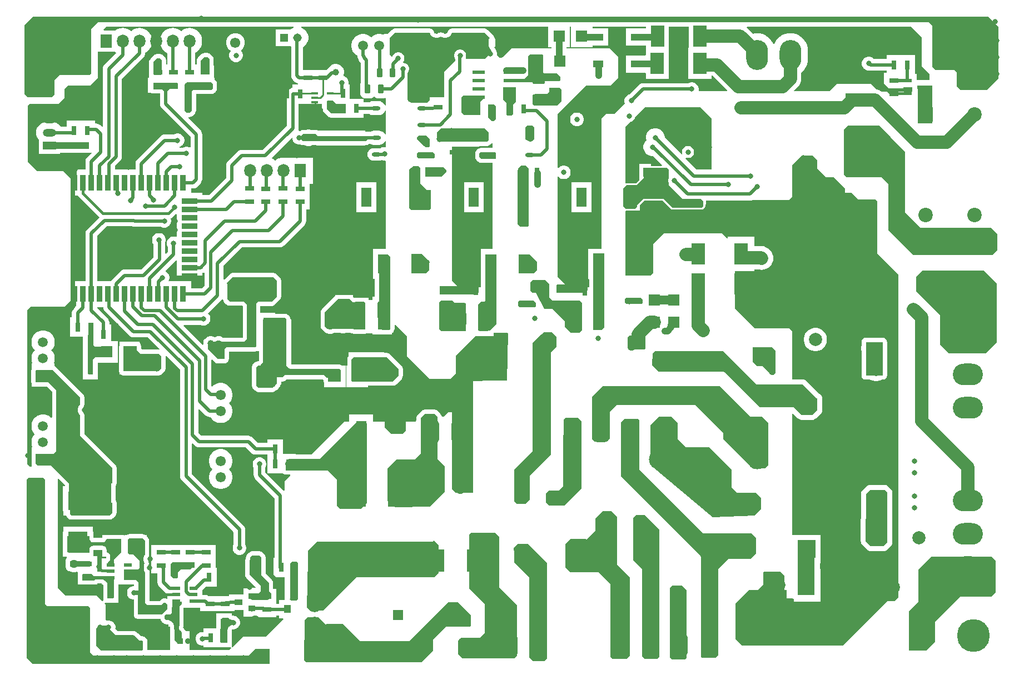
<source format=gtl>
G04*
G04 #@! TF.GenerationSoftware,Altium Limited,Altium Designer,22.5.1 (42)*
G04*
G04 Layer_Physical_Order=1*
G04 Layer_Color=255*
%FSLAX44Y44*%
%MOMM*%
G71*
G04*
G04 #@! TF.SameCoordinates,325B58FB-DF44-4075-A057-A786A272C4E4*
G04*
G04*
G04 #@! TF.FilePolarity,Positive*
G04*
G01*
G75*
%ADD10C,0.5080*%
%ADD12C,0.2540*%
G04:AMPARAMS|DCode=22|XSize=1.3mm|YSize=0.8mm|CornerRadius=0.1mm|HoleSize=0mm|Usage=FLASHONLY|Rotation=90.000|XOffset=0mm|YOffset=0mm|HoleType=Round|Shape=RoundedRectangle|*
%AMROUNDEDRECTD22*
21,1,1.3000,0.6000,0,0,90.0*
21,1,1.1000,0.8000,0,0,90.0*
1,1,0.2000,0.3000,0.5500*
1,1,0.2000,0.3000,-0.5500*
1,1,0.2000,-0.3000,-0.5500*
1,1,0.2000,-0.3000,0.5500*
%
%ADD22ROUNDEDRECTD22*%
%ADD23R,0.9000X2.4000*%
%ADD24R,0.8000X1.4000*%
%ADD25R,1.4000X0.8000*%
%ADD26R,2.4000X3.4000*%
%ADD27R,1.4478X4.1910*%
%ADD28C,1.0000*%
%ADD29R,2.7000X3.6000*%
%ADD30R,3.0000X1.8000*%
%ADD31R,2.0200X2.9500*%
%ADD32R,1.5000X3.0000*%
%ADD33R,1.5600X2.2200*%
%ADD34R,2.0000X3.2000*%
%ADD35R,1.9812X0.5588*%
%ADD36O,1.4000X0.6000*%
%ADD37R,1.0500X0.4000*%
%ADD38R,1.2000X0.6000*%
%ADD39R,2.4000X0.9000*%
%ADD40R,5.0000X5.0000*%
%ADD41R,1.0000X2.7000*%
%ADD42R,3.3000X2.7000*%
G04:AMPARAMS|DCode=43|XSize=1.4mm|YSize=1.8mm|CornerRadius=0.14mm|HoleSize=0mm|Usage=FLASHONLY|Rotation=90.000|XOffset=0mm|YOffset=0mm|HoleType=Round|Shape=RoundedRectangle|*
%AMROUNDEDRECTD43*
21,1,1.4000,1.5200,0,0,90.0*
21,1,1.1200,1.8000,0,0,90.0*
1,1,0.2800,0.7600,0.5600*
1,1,0.2800,0.7600,-0.5600*
1,1,0.2800,-0.7600,-0.5600*
1,1,0.2800,-0.7600,0.5600*
%
%ADD43ROUNDEDRECTD43*%
G04:AMPARAMS|DCode=44|XSize=1.4mm|YSize=1.8mm|CornerRadius=0.14mm|HoleSize=0mm|Usage=FLASHONLY|Rotation=90.000|XOffset=0mm|YOffset=0mm|HoleType=Round|Shape=RoundedRectangle|*
%AMROUNDEDRECTD44*
21,1,1.4000,1.5200,0,0,90.0*
21,1,1.1200,1.8000,0,0,90.0*
1,1,0.2800,0.7600,0.5600*
1,1,0.2800,0.7600,-0.5600*
1,1,0.2800,-0.7600,-0.5600*
1,1,0.2800,-0.7600,0.5600*
%
%ADD44ROUNDEDRECTD44*%
%ADD45R,1.7780X1.7780*%
%ADD46R,1.7780X1.7780*%
%ADD47R,1.1684X0.5334*%
%ADD48R,1.0160X1.0160*%
%ADD49R,1.0160X1.2700*%
%ADD50R,1.0000X0.9144*%
%ADD51R,1.2700X0.9144*%
%ADD52R,1.5000X1.1000*%
%ADD53R,1.5240X1.1000*%
%ADD54R,3.1500X2.3000*%
%ADD90C,1.5494*%
%ADD97C,2.0000*%
%ADD122C,0.5000*%
%ADD123C,0.3810*%
%ADD124C,1.0160*%
%ADD125C,2.0000*%
%ADD126C,1.0000*%
%ADD127R,2.5908X5.1054*%
%ADD128R,2.6416X8.3058*%
%ADD129R,4.2672X1.4478*%
%ADD130R,3.1242X0.9652*%
%ADD131R,6.7310X1.0160*%
%ADD132R,2.3114X5.7150*%
%ADD133C,1.5080*%
%ADD134R,1.5080X1.5080*%
%ADD135R,1.5080X1.5080*%
G04:AMPARAMS|DCode=136|XSize=2.6mm|YSize=3.5mm|CornerRadius=0.65mm|HoleSize=0mm|Usage=FLASHONLY|Rotation=0.000|XOffset=0mm|YOffset=0mm|HoleType=Round|Shape=RoundedRectangle|*
%AMROUNDEDRECTD136*
21,1,2.6000,2.2000,0,0,0.0*
21,1,1.3000,3.5000,0,0,0.0*
1,1,1.3000,0.6500,-1.1000*
1,1,1.3000,-0.6500,-1.1000*
1,1,1.3000,-0.6500,1.1000*
1,1,1.3000,0.6500,1.1000*
%
%ADD136ROUNDEDRECTD136*%
%ADD137C,1.6000*%
%ADD138O,1.6000X1.4000*%
%ADD139R,1.6000X1.6000*%
%ADD140C,3.0000*%
%ADD141R,1.6000X1.6000*%
%ADD142R,2.8000X2.8000*%
%ADD143C,2.8000*%
%ADD144R,2.0000X2.0000*%
%ADD145R,2.2000X2.2000*%
%ADD146C,2.2000*%
%ADD147O,2.0000X1.8000*%
%ADD148R,2.0000X1.8000*%
%ADD149C,5.0000*%
%ADD150R,1.8000X2.0000*%
%ADD151O,1.8000X2.0000*%
%ADD152O,3.3020X4.5720*%
%ADD153O,4.5720X3.3020*%
%ADD154R,1.3080X1.3080*%
%ADD155C,1.3080*%
%ADD156C,0.9000*%
%ADD157R,0.9000X0.9000*%
%ADD158O,2.0000X1.2000*%
%ADD159R,2.0000X1.2000*%
%ADD160C,0.8128*%
%ADD161C,1.2700*%
%ADD162C,0.6000*%
G36*
X711459Y963671D02*
X710491Y961334D01*
X709803Y957875D01*
Y954347D01*
X710491Y950888D01*
X711841Y947629D01*
X713801Y944696D01*
X714248Y944249D01*
Y941832D01*
X704088Y931672D01*
X675765D01*
X675206Y932641D01*
X675200Y932942D01*
X675798Y935174D01*
Y937582D01*
X675175Y939907D01*
X673971Y941992D01*
X672268Y943695D01*
X670183Y944899D01*
X667858Y945522D01*
X665450D01*
X663124Y944899D01*
X661039Y943695D01*
X659337Y941992D01*
X658133Y939907D01*
X657510Y937582D01*
Y935174D01*
X658133Y932849D01*
X659337Y930763D01*
X659622Y930479D01*
Y928608D01*
X642620Y911606D01*
Y873252D01*
X642112Y872744D01*
X620776D01*
Y868680D01*
X616458Y864362D01*
X592328Y864362D01*
X586232Y870458D01*
Y909850D01*
X586945Y910564D01*
X588149Y912648D01*
X588772Y914974D01*
Y917382D01*
X588149Y919707D01*
X586945Y921793D01*
X585243Y923495D01*
X583158Y924699D01*
X580832Y925322D01*
X580132D01*
X579605Y926592D01*
X579833Y926820D01*
X581037Y928904D01*
X581660Y931230D01*
Y933638D01*
X581037Y935964D01*
X579833Y938048D01*
X578130Y939751D01*
X576045Y940955D01*
X573720Y941578D01*
X571312D01*
X568987Y940955D01*
X566902Y939751D01*
X565199Y938048D01*
X563995Y935964D01*
X563712Y934906D01*
X562295Y934527D01*
X559054Y937768D01*
Y963168D01*
X567003Y971117D01*
X620561D01*
X620978Y969562D01*
X622349Y967188D01*
X624288Y965249D01*
X626662Y963878D01*
X629311Y963168D01*
X632053D01*
X634702Y963878D01*
X637076Y965249D01*
X637286Y965458D01*
X637496Y965249D01*
X639870Y963878D01*
X642519Y963168D01*
X645261D01*
X647910Y963878D01*
X650284Y965249D01*
X652223Y967188D01*
X653594Y969562D01*
X654011Y971117D01*
X704013D01*
X711459Y963671D01*
D02*
G37*
G36*
X801116Y949452D02*
X806178D01*
Y947122D01*
X744523D01*
X730899Y933498D01*
X729825Y933025D01*
X726559D01*
X722626Y936958D01*
X722884Y937921D01*
Y940663D01*
X722174Y943312D01*
X720803Y945686D01*
X720345Y946144D01*
X720230Y946726D01*
X719186Y948288D01*
X719184Y948293D01*
X718980Y948598D01*
X719929Y950888D01*
X720617Y954347D01*
Y957875D01*
X719929Y961334D01*
X718579Y964593D01*
X716619Y967526D01*
X716321Y967824D01*
X716037Y968249D01*
X708591Y975695D01*
X706490Y977099D01*
X704013Y977592D01*
X654011D01*
X653592Y977508D01*
X653166Y977536D01*
X652364Y977264D01*
X651533Y977099D01*
X651178Y976861D01*
X650774Y976724D01*
X650137Y976166D01*
X649433Y975695D01*
X649195Y975340D01*
X648874Y975059D01*
X648500Y974299D01*
X648029Y973595D01*
X647946Y973176D01*
X647757Y972793D01*
X647561Y972061D01*
X647042Y971163D01*
X646309Y970430D01*
X645411Y969911D01*
X644409Y969642D01*
X643371D01*
X642369Y969911D01*
X640733Y970856D01*
X640540Y970921D01*
X639764Y971440D01*
X637286Y971933D01*
X634808Y971440D01*
X634032Y970921D01*
X633839Y970856D01*
X632203Y969911D01*
X631201Y969642D01*
X630163D01*
X629161Y969911D01*
X628263Y970430D01*
X627530Y971163D01*
X627011Y972061D01*
X626815Y972793D01*
X626626Y973176D01*
X626543Y973595D01*
X626072Y974299D01*
X625698Y975059D01*
X625377Y975340D01*
X625139Y975695D01*
X624435Y976166D01*
X623798Y976724D01*
X623394Y976861D01*
X623039Y977099D01*
X622208Y977264D01*
X621406Y977536D01*
X620980Y977508D01*
X620561Y977592D01*
X567003D01*
X564525Y977099D01*
X562425Y975695D01*
X555998Y969268D01*
X550914D01*
Y968846D01*
X549858Y968140D01*
X548777Y968588D01*
X545357Y969268D01*
X541871D01*
X538451Y968588D01*
X535230Y967253D01*
X532331Y965316D01*
X531114Y964100D01*
X529897Y965316D01*
X526998Y967253D01*
X523777Y968588D01*
X520357Y969268D01*
X516871D01*
X513451Y968588D01*
X510230Y967253D01*
X507331Y965316D01*
X504865Y962851D01*
X502929Y959952D01*
X501594Y956731D01*
X500914Y953311D01*
Y949825D01*
X501594Y946405D01*
X502929Y943184D01*
X504865Y940285D01*
X507331Y937820D01*
X510095Y935972D01*
X510300Y934420D01*
X511191Y932268D01*
X512157Y931009D01*
X512229Y930467D01*
X513120Y928314D01*
X514539Y926465D01*
X515330Y925675D01*
Y895096D01*
X514542Y893194D01*
X514246Y890944D01*
Y879944D01*
X514542Y877694D01*
X515410Y875597D01*
X516792Y873796D01*
X518593Y872414D01*
X520690Y871546D01*
X522940Y871250D01*
X528940D01*
X531190Y871546D01*
X533287Y872414D01*
X535088Y873796D01*
X535305Y874079D01*
X536575D01*
X536792Y873796D01*
X538593Y872414D01*
X540690Y871546D01*
X542940Y871250D01*
X548940D01*
X551190Y871546D01*
X552499Y872088D01*
X553769Y871239D01*
Y860177D01*
X552499Y859924D01*
X551809Y861590D01*
X550106Y863808D01*
X547888Y865511D01*
X545304Y866581D01*
X542532Y866946D01*
X534532D01*
X531760Y866581D01*
X529176Y865511D01*
X528720Y865160D01*
X519963D01*
Y870392D01*
X498693D01*
Y892556D01*
X497688D01*
X496915Y893564D01*
X496920Y893583D01*
Y896325D01*
X496210Y898974D01*
X494839Y901348D01*
X492900Y903287D01*
X490526Y904658D01*
X489461Y904944D01*
X488890Y906412D01*
X489632Y909183D01*
Y912505D01*
X488772Y915715D01*
X487110Y918593D01*
X484761Y920943D01*
X481883Y922604D01*
X478674Y923464D01*
X475350D01*
X472141Y922604D01*
X469263Y920943D01*
X466913Y918593D01*
X465990Y916993D01*
X464955Y916199D01*
X462800Y914044D01*
X427224D01*
Y948969D01*
X429426Y950440D01*
X431752Y952766D01*
X433579Y955502D01*
X434838Y958541D01*
X435480Y961767D01*
Y965057D01*
X434838Y968283D01*
X433579Y971322D01*
X431752Y974058D01*
X429426Y976384D01*
X426690Y978211D01*
X424676Y979046D01*
X424929Y980316D01*
X801116D01*
Y949452D01*
D02*
G37*
G36*
X284734Y931037D02*
Y910463D01*
X282702Y908431D01*
X272796D01*
X271780Y910971D01*
Y911479D01*
Y928751D01*
X277114Y934085D01*
X281686D01*
X284734Y931037D01*
D02*
G37*
G36*
X212598Y929386D02*
Y908812D01*
X210566Y906780D01*
X200660D01*
X199644Y909320D01*
Y909828D01*
Y927100D01*
X204978Y932434D01*
X209550D01*
X212598Y929386D01*
D02*
G37*
G36*
X1014624Y948434D02*
X1014358D01*
Y901194D01*
X1049598D01*
Y905741D01*
X1050955D01*
X1073425Y883271D01*
X1072939Y882098D01*
X1030552D01*
X1029779Y883105D01*
X1029970Y883819D01*
Y886561D01*
X1029260Y889210D01*
X1027889Y891584D01*
X1025950Y893523D01*
X1023576Y894894D01*
X1020927Y895604D01*
X1018185D01*
X1015536Y894894D01*
X1014189Y894116D01*
X945134D01*
X942824Y893812D01*
X940671Y892921D01*
X938822Y891502D01*
X924837Y877517D01*
X923334Y877114D01*
X920960Y875743D01*
X919021Y873804D01*
X917650Y871430D01*
X916940Y868781D01*
Y866039D01*
X917650Y863390D01*
X917812Y863109D01*
X901749Y847046D01*
X889049D01*
X881683Y839680D01*
Y641474D01*
X869699D01*
X869144Y641364D01*
X861772D01*
Y596124D01*
X862154D01*
X863050Y595224D01*
X862997Y583140D01*
X860552D01*
Y578358D01*
X856996Y574802D01*
X813562D01*
X813091Y586586D01*
X813970Y587502D01*
X827028D01*
X815135Y599396D01*
Y751665D01*
X816405Y751877D01*
X818194Y750088D01*
X820569Y748716D01*
X823217Y748007D01*
X825959D01*
X828608Y748716D01*
X830983Y750088D01*
X832922Y752026D01*
X834293Y754401D01*
X835002Y757050D01*
Y759792D01*
X834293Y762440D01*
X832922Y764815D01*
X830983Y766754D01*
X828608Y768125D01*
X825959Y768835D01*
X823217D01*
X820569Y768125D01*
X818194Y766754D01*
X816405Y764965D01*
X815135Y765176D01*
Y847046D01*
X859077Y890988D01*
X895653D01*
X907337Y902672D01*
X907337Y934676D01*
X894891Y947122D01*
X829074D01*
Y949452D01*
X834136D01*
Y980316D01*
X835406D01*
Y949452D01*
X868426D01*
Y951244D01*
X892325D01*
Y977484D01*
X868426D01*
Y980316D01*
X949624D01*
Y978630D01*
X949325Y977484D01*
X918845D01*
Y951244D01*
X949325D01*
X949624Y950098D01*
Y948434D01*
X949358D01*
Y937691D01*
X949205Y936484D01*
X918965D01*
Y910244D01*
X949205D01*
X949358Y909038D01*
Y901194D01*
X984598D01*
Y942596D01*
X984864D01*
Y980316D01*
X1014624D01*
Y948434D01*
D02*
G37*
G36*
X1369617Y964140D02*
Y920198D01*
X1381301Y908514D01*
Y898779D01*
X1361694D01*
Y908279D01*
X1359184D01*
Y936894D01*
X1315944D01*
Y931241D01*
X1296843D01*
X1295444Y932639D01*
X1293070Y934010D01*
X1290421Y934720D01*
X1287679D01*
X1285030Y934010D01*
X1282656Y932639D01*
X1280717Y930700D01*
X1279346Y928326D01*
X1278636Y925677D01*
Y922935D01*
X1279346Y920286D01*
X1280717Y917912D01*
X1282656Y915973D01*
X1285030Y914602D01*
X1287679Y913892D01*
X1288912D01*
X1289586Y913613D01*
X1291907Y913307D01*
X1315944D01*
Y909858D01*
X1312530D01*
Y886618D01*
X1341770D01*
Y887705D01*
X1355090D01*
Y881082D01*
X1308861D01*
X1307296Y882366D01*
X1304455Y883885D01*
X1301373Y884819D01*
X1300798Y884876D01*
X1292147Y893528D01*
X1240839D01*
X1229409Y882098D01*
X1175692D01*
X1175206Y883271D01*
X1181287Y889353D01*
X1183330Y891842D01*
X1184848Y894683D01*
X1185783Y897765D01*
X1186099Y900970D01*
Y910122D01*
X1188587Y912247D01*
X1191313Y915439D01*
X1193507Y919019D01*
X1195113Y922897D01*
X1196093Y926979D01*
X1196423Y931164D01*
Y943864D01*
X1196093Y948049D01*
X1195113Y952131D01*
X1193507Y956009D01*
X1191313Y959589D01*
X1188587Y962781D01*
X1185395Y965507D01*
X1181815Y967701D01*
X1177937Y969307D01*
X1173855Y970287D01*
X1169670Y970617D01*
X1165485Y970287D01*
X1161403Y969307D01*
X1157525Y967701D01*
X1153945Y965507D01*
X1150753Y962781D01*
X1148027Y959589D01*
X1145833Y956009D01*
X1144905Y953768D01*
X1143635D01*
X1142707Y956009D01*
X1140513Y959589D01*
X1137787Y962781D01*
X1134595Y965507D01*
X1131015Y967701D01*
X1127137Y969307D01*
X1123055Y970287D01*
X1118870Y970617D01*
X1114685Y970287D01*
X1112647Y969798D01*
X1104612Y977833D01*
X1103135Y979046D01*
X1103589Y980316D01*
X1353441D01*
X1369617Y964140D01*
D02*
G37*
G36*
X793496Y936752D02*
Y910336D01*
X794512Y909320D01*
X813816D01*
X819150Y903986D01*
Y898652D01*
X817626Y897128D01*
X733552D01*
Y899668D01*
X733806Y899922D01*
Y900430D01*
X764032D01*
X770636Y907034D01*
Y935228D01*
X773684Y938276D01*
X791972D01*
X793496Y936752D01*
D02*
G37*
G36*
X1486408Y980440D02*
Y901700D01*
X1468628Y883920D01*
X1429258D01*
X1423416Y889762D01*
X1423416Y910590D01*
X1419606Y914400D01*
X1391158D01*
X1386078Y919480D01*
Y981710D01*
X1380998Y986790D01*
X114808D01*
X104648Y976630D01*
Y909320D01*
X102108Y906780D01*
X56388D01*
X48768Y899160D01*
Y876300D01*
X44958Y872490D01*
X8128Y872490D01*
X3048Y877570D01*
Y982980D01*
X15748Y995680D01*
X1471168D01*
X1486408Y980440D01*
D02*
G37*
G36*
X236982Y893826D02*
Y885444D01*
X224028D01*
X220980Y882396D01*
X215646D01*
X213106Y884936D01*
X199535D01*
X199259Y894588D01*
X236220D01*
X236982Y893826D01*
D02*
G37*
G36*
X821182Y884682D02*
Y867156D01*
X814578Y860552D01*
X779780D01*
X777240Y863092D01*
X776986Y874522D01*
X780542Y878078D01*
X799084D01*
X802386Y881380D01*
Y886968D01*
X802894Y887476D01*
X818388D01*
X821182Y884682D01*
D02*
G37*
G36*
X289814Y893572D02*
Y885952D01*
X288036Y884174D01*
X260096D01*
X258318Y882396D01*
Y852932D01*
X254254Y848868D01*
X250444D01*
X246888Y852424D01*
X247142Y892556D01*
X250444Y895858D01*
X287528D01*
X289814Y893572D01*
D02*
G37*
G36*
X478028Y863092D02*
X492506D01*
Y848106D01*
X470154D01*
X463886Y854374D01*
X463647Y867266D01*
X464537Y868172D01*
X472948D01*
X478028Y863092D01*
D02*
G37*
G36*
X704088Y872744D02*
X697738Y866394D01*
Y846582D01*
X696722Y845566D01*
X672592D01*
X668782Y849376D01*
Y871982D01*
X671576Y875030D01*
X671830Y875284D01*
X704088D01*
Y872744D01*
D02*
G37*
G36*
X751332Y887730D02*
Y865378D01*
X747522Y861568D01*
Y846836D01*
X745236Y844550D01*
X739140Y844550D01*
X737108Y846582D01*
Y864362D01*
X732028Y868934D01*
Y887476D01*
X732536Y887984D01*
X751078D01*
X751332Y887730D01*
D02*
G37*
G36*
X721106Y859028D02*
Y839470D01*
X718312Y836676D01*
X714756D01*
X709168Y842264D01*
Y852678D01*
X708914Y861568D01*
X718566D01*
X721106Y859028D01*
D02*
G37*
G36*
X141958Y941370D02*
X142403Y941132D01*
X142589Y939876D01*
X125232Y922518D01*
X123807Y920661D01*
X122911Y918499D01*
X122605Y916178D01*
Y828176D01*
X121432Y827690D01*
X118863Y830259D01*
X117014Y831677D01*
X114861Y832569D01*
X112551Y832873D01*
X110520D01*
Y837072D01*
X67280D01*
Y828051D01*
X58679D01*
X58650Y828105D01*
X56630Y830566D01*
X54170Y832586D01*
X51362Y834086D01*
X48316Y835010D01*
X45148Y835322D01*
X37148D01*
X33980Y835010D01*
X30934Y834086D01*
X28126Y832586D01*
X25666Y830566D01*
X23646Y828105D01*
X22146Y825298D01*
X21222Y822252D01*
X20910Y819084D01*
X21222Y815916D01*
X22146Y812870D01*
X23646Y810062D01*
X24798Y808659D01*
Y786734D01*
X57498D01*
Y787784D01*
X101092D01*
X103570Y788276D01*
X104871Y789146D01*
X105681Y788160D01*
X98816Y781294D01*
X97391Y779437D01*
X96495Y777275D01*
X96189Y774954D01*
Y762390D01*
X80336D01*
Y723150D01*
X84778D01*
X85245Y722023D01*
X86568Y720298D01*
X117049Y689818D01*
X117061Y689623D01*
X98844Y671406D01*
X97425Y669558D01*
X96534Y667405D01*
X96230Y665094D01*
Y592390D01*
X80336D01*
Y553150D01*
X80336Y553150D01*
X80336D01*
X79668Y552183D01*
X78148Y550662D01*
X76723Y548805D01*
X75827Y546643D01*
X75521Y544322D01*
Y537352D01*
X72868D01*
Y508112D01*
X92106D01*
Y486014D01*
Y464424D01*
Y442580D01*
X115346D01*
Y464424D01*
Y468376D01*
X145034D01*
Y501396D01*
X135224D01*
Y526176D01*
X132571D01*
Y529709D01*
X132265Y532030D01*
X131369Y534192D01*
X129944Y536049D01*
X114123Y551871D01*
Y553150D01*
X123325D01*
Y552787D01*
X123629Y550476D01*
X124521Y548324D01*
X125939Y546475D01*
X163018Y509396D01*
X164867Y507978D01*
X167020Y507086D01*
X169330Y506782D01*
X191033D01*
X208531Y489283D01*
X208520Y489187D01*
X207960Y488058D01*
X182514Y488058D01*
X180972Y489600D01*
Y493776D01*
X180480Y496254D01*
X179076Y498354D01*
X178054Y499037D01*
Y500126D01*
X175123D01*
X174498Y500250D01*
X153924D01*
X153299Y500126D01*
X147574D01*
Y494401D01*
X147450Y493776D01*
Y455168D01*
X147940Y452702D01*
Y449992D01*
X150241D01*
X151446Y449186D01*
X153924Y448694D01*
X207518D01*
X209996Y449186D01*
X212096Y450590D01*
X215906Y454400D01*
X217310Y456500D01*
X217802Y458978D01*
Y478216D01*
X218931Y478776D01*
X219027Y478787D01*
X240248Y457567D01*
Y295402D01*
X240552Y293092D01*
X241444Y290939D01*
X242862Y289090D01*
X321782Y210171D01*
Y191295D01*
X321004Y189948D01*
X320294Y187299D01*
Y184557D01*
X321004Y181908D01*
X322375Y179534D01*
X324314Y177595D01*
X326688Y176224D01*
X329337Y175514D01*
X332079D01*
X334728Y176224D01*
X337102Y177595D01*
X339041Y179534D01*
X340412Y181908D01*
X341122Y184557D01*
Y187299D01*
X340412Y189948D01*
X339634Y191295D01*
Y213868D01*
X339330Y216178D01*
X338438Y218331D01*
X337020Y220180D01*
X258100Y299099D01*
Y344582D01*
X259274Y345069D01*
X262674Y341668D01*
X264523Y340249D01*
X266676Y339358D01*
X268986Y339054D01*
X340473D01*
X348864Y330662D01*
X350713Y329244D01*
X352866Y328352D01*
X355176Y328048D01*
X371874D01*
X373506Y328046D01*
Y322342D01*
Y299832D01*
X396409D01*
X396488Y299714D01*
X397346Y299140D01*
X398161Y298506D01*
X398391Y298443D01*
X398588Y298310D01*
X399601Y298109D01*
X400596Y297835D01*
X400833Y297864D01*
X401066Y297818D01*
X407503D01*
X407989Y296644D01*
X399337Y287992D01*
Y273705D01*
X398067Y273179D01*
X370114Y301131D01*
Y308323D01*
X370892Y309670D01*
X371602Y312319D01*
Y315061D01*
X370892Y317710D01*
X369521Y320084D01*
X367582Y322023D01*
X365208Y323394D01*
X362559Y324104D01*
X359817D01*
X357168Y323394D01*
X354794Y322023D01*
X352855Y320084D01*
X351484Y317710D01*
X350774Y315061D01*
Y312319D01*
X351484Y309670D01*
X352262Y308323D01*
Y297434D01*
X352566Y295124D01*
X353457Y292971D01*
X354876Y291122D01*
X384033Y261965D01*
Y170830D01*
X382494D01*
Y141590D01*
X399337D01*
Y106934D01*
X391160D01*
Y101105D01*
X386730D01*
Y123728D01*
X381886D01*
Y132588D01*
X381394Y135066D01*
X379990Y137166D01*
X370202Y146954D01*
Y171958D01*
X369710Y174436D01*
X368306Y176536D01*
X366020Y178822D01*
X363920Y180226D01*
X361442Y180718D01*
X349758D01*
X347280Y180226D01*
X345180Y178822D01*
X342132Y175774D01*
X341672Y175086D01*
X341123Y174468D01*
X340977Y174045D01*
X340728Y173674D01*
X340567Y172862D01*
X340296Y172081D01*
X339280Y164715D01*
X339307Y164268D01*
X339220Y163830D01*
Y145288D01*
X339712Y142810D01*
X341116Y140710D01*
X355715Y126111D01*
X355189Y124841D01*
X336630D01*
Y115443D01*
X314960D01*
Y112618D01*
X283517D01*
X282924Y113073D01*
X280761Y113969D01*
X278440Y114275D01*
X274270D01*
Y122247D01*
X278881Y126858D01*
X296100D01*
Y156098D01*
X294274D01*
Y167544D01*
Y190784D01*
X270144D01*
Y190858D01*
X196454D01*
Y167618D01*
Y147618D01*
X205917D01*
Y133350D01*
X206223Y131029D01*
X207119Y128867D01*
X208544Y127010D01*
X217586Y117968D01*
X219443Y116543D01*
X221030Y115885D01*
Y109340D01*
X219760Y108473D01*
X217932Y108836D01*
X215138D01*
X212660Y108344D01*
X210560Y106940D01*
X208900Y105280D01*
X193550D01*
Y125588D01*
Y154828D01*
X191847D01*
Y159850D01*
X192180Y160348D01*
X192263Y160767D01*
X192452Y161150D01*
X192507Y161995D01*
X192673Y162826D01*
X192589Y163245D01*
X192617Y163671D01*
X192345Y164473D01*
X192180Y165303D01*
X191943Y165659D01*
X191805Y166063D01*
X191695Y166255D01*
X191541Y167421D01*
X190645Y169583D01*
X190624Y169611D01*
Y169683D01*
X190893Y170685D01*
X191714Y172107D01*
X192672Y173540D01*
X193164Y176018D01*
Y197104D01*
X192672Y199582D01*
X191268Y201682D01*
X189230Y203720D01*
Y205994D01*
X186707D01*
X185358Y206896D01*
X182880Y207388D01*
X162814D01*
X160336Y206896D01*
X158987Y205994D01*
X156210D01*
Y205693D01*
X154940Y205054D01*
Y205994D01*
X121920D01*
Y201259D01*
X121845Y201147D01*
X121282Y201035D01*
X109098D01*
X108566Y201141D01*
X108460Y201672D01*
Y211188D01*
X107456D01*
Y218588D01*
X62216D01*
Y211188D01*
X61720D01*
Y203830D01*
Y180552D01*
Y172948D01*
X67570D01*
X67835Y172573D01*
X67812Y171202D01*
X66408Y169102D01*
X65916Y166624D01*
Y156972D01*
X66408Y154494D01*
X67812Y152394D01*
X69912Y150990D01*
X72390Y150498D01*
X72913D01*
X73838Y149964D01*
X77068Y149098D01*
X80412D01*
X83170Y149837D01*
X84235Y149216D01*
X84440Y148958D01*
Y136996D01*
Y130018D01*
X113680D01*
Y131752D01*
X113729Y131784D01*
X114318Y131901D01*
X120062D01*
X120651Y131784D01*
X120700Y131752D01*
Y130248D01*
X122776D01*
X122888Y130173D01*
X123000Y129610D01*
Y109220D01*
Y105486D01*
X121827Y105000D01*
X113079Y113748D01*
X64819D01*
X53643Y124924D01*
Y291523D01*
X54816Y292009D01*
X64671Y282153D01*
Y280188D01*
X61720D01*
Y241948D01*
X62216D01*
Y235348D01*
X66414D01*
X67738Y233367D01*
X70024Y231081D01*
X72125Y229677D01*
X74602Y229184D01*
X133022D01*
X135500Y229677D01*
X137600Y231081D01*
X141664Y235145D01*
X143068Y237245D01*
X143561Y239723D01*
Y255128D01*
X143068Y257606D01*
X142014Y259183D01*
Y280313D01*
X143068Y281890D01*
X143561Y284368D01*
Y307922D01*
X143068Y310399D01*
X141664Y312500D01*
X94539Y359625D01*
Y388190D01*
X94046Y390668D01*
X92642Y392768D01*
X91590Y393821D01*
X91071Y394719D01*
X90802Y395721D01*
Y396759D01*
X91071Y397761D01*
X91590Y398659D01*
X92642Y399712D01*
X94046Y401812D01*
X94539Y404290D01*
Y415491D01*
X94046Y417968D01*
X92642Y420069D01*
X51187Y461524D01*
X49196Y462854D01*
Y467464D01*
X48774D01*
X48068Y468520D01*
X48516Y469601D01*
X49196Y473021D01*
Y476507D01*
X48516Y479927D01*
X47182Y483148D01*
X45244Y486047D01*
X44028Y487264D01*
X45244Y488481D01*
X47182Y491380D01*
X48516Y494601D01*
X49196Y498021D01*
Y501507D01*
X48516Y504927D01*
X47182Y508148D01*
X45244Y511047D01*
X42779Y513512D01*
X39880Y515449D01*
X36659Y516784D01*
X33239Y517464D01*
X29753D01*
X26333Y516784D01*
X23112Y515449D01*
X20213Y513512D01*
X17747Y511047D01*
X15811Y508148D01*
X14476Y504927D01*
X13796Y501507D01*
Y498021D01*
X14476Y494601D01*
X15811Y491380D01*
X17747Y488481D01*
X18964Y487264D01*
X17747Y486047D01*
X15811Y483148D01*
X14476Y479927D01*
X13796Y476507D01*
Y473021D01*
X14476Y469601D01*
X14924Y468520D01*
X14218Y467464D01*
X13796D01*
Y457727D01*
X13338Y455422D01*
Y439243D01*
X13796Y436939D01*
Y432064D01*
X36935D01*
X45088Y423911D01*
Y384917D01*
X43914Y384431D01*
X42779Y385566D01*
X39880Y387504D01*
X36659Y388838D01*
X33239Y389518D01*
X29753D01*
X26333Y388838D01*
X23112Y387504D01*
X20213Y385566D01*
X17747Y383101D01*
X15811Y380202D01*
X14476Y376981D01*
X13796Y373561D01*
Y370075D01*
X14476Y366655D01*
X15811Y363434D01*
X17747Y360535D01*
X18964Y359318D01*
X17747Y358101D01*
X15811Y355202D01*
X14476Y351981D01*
X13796Y348561D01*
Y345075D01*
X14476Y341655D01*
X14924Y340574D01*
X14218Y339518D01*
X13796D01*
Y309836D01*
X11225D01*
X7686Y313375D01*
Y548359D01*
X13003Y553676D01*
X64565D01*
X73709Y562820D01*
Y748494D01*
X62025Y760178D01*
X22655D01*
X7923Y774910D01*
Y859746D01*
X10971Y862794D01*
X54659D01*
X63803Y871938D01*
Y885400D01*
X69391Y890988D01*
X103427D01*
X114857Y902418D01*
Y942028D01*
X141156D01*
X141958Y941370D01*
D02*
G37*
G36*
X431918Y862474D02*
X455918D01*
Y855974D01*
X457381D01*
X457412Y854254D01*
X457669Y853078D01*
X457904Y851897D01*
X457938Y851846D01*
X457951Y851786D01*
X458639Y850797D01*
X459308Y849796D01*
X465576Y843528D01*
X467676Y842124D01*
X470154Y841632D01*
X476723D01*
Y841152D01*
X519963D01*
Y847308D01*
X528720D01*
X529176Y846957D01*
X531760Y845887D01*
X534532Y845522D01*
X542532D01*
X545304Y845887D01*
X547888Y846957D01*
X550106Y848660D01*
X551809Y850878D01*
X552499Y852544D01*
X553769Y852291D01*
Y816190D01*
X552499Y815938D01*
X552316Y816378D01*
X550614Y818596D01*
X548396Y820299D01*
X545812Y821369D01*
X543040Y821734D01*
X535040D01*
X532267Y821369D01*
X529684Y820299D01*
X529673Y820290D01*
X522112D01*
Y822040D01*
X470012D01*
Y822040D01*
X450089D01*
X449264Y822592D01*
X446786Y823084D01*
X439352D01*
X437271Y823642D01*
X433949D01*
X431868Y823084D01*
X426974D01*
X424496Y822592D01*
X422767Y821436D01*
X421093D01*
X420240Y822694D01*
X420508Y823342D01*
X420812Y825652D01*
Y863062D01*
X431918D01*
Y862474D01*
D02*
G37*
G36*
X779780Y827278D02*
Y810260D01*
X777748Y808228D01*
X768604D01*
X765810Y811022D01*
Y824992D01*
Y826770D01*
X769366Y830072D01*
X776986D01*
X779780Y827278D01*
D02*
G37*
G36*
X449580Y813816D02*
X544068D01*
X545084Y812800D01*
Y809752D01*
X543560Y808228D01*
X525272D01*
X523240Y806196D01*
X426974D01*
X425196Y807974D01*
Y814832D01*
X426974Y816610D01*
X446786D01*
X449580Y813816D01*
D02*
G37*
G36*
X710438Y819150D02*
Y807974D01*
X707644Y805180D01*
X636524D01*
X631698Y810006D01*
Y819150D01*
X638048Y825500D01*
X704088D01*
X710438Y819150D01*
D02*
G37*
G36*
X620268Y808990D02*
Y797814D01*
X618998Y796544D01*
X614172D01*
X611968Y798748D01*
X602742Y807974D01*
X601218Y809498D01*
Y812292D01*
X603504Y814578D01*
X614680D01*
X620268Y808990D01*
D02*
G37*
G36*
X411226Y810709D02*
Y809651D01*
X411936Y807002D01*
X413307Y804628D01*
X415246Y802689D01*
X417620Y801318D01*
X420269Y800608D01*
X423011D01*
X423651Y800779D01*
X424496Y800214D01*
X426974Y799722D01*
X429943D01*
X430739Y799262D01*
X433949Y798402D01*
X437271D01*
X440481Y799262D01*
X441277Y799722D01*
X447406D01*
Y798800D01*
X476646D01*
Y798800D01*
X522112D01*
Y799722D01*
X523240D01*
X525718Y800214D01*
X527818Y801618D01*
X527954Y801754D01*
X529673D01*
X529684Y801745D01*
X532267Y800675D01*
X535040Y800310D01*
X543040D01*
X545812Y800675D01*
X548396Y801745D01*
X550614Y803448D01*
X552316Y805666D01*
X552499Y806106D01*
X553769Y805854D01*
Y797792D01*
X552805Y797052D01*
X550063D01*
X547414Y796342D01*
X545040Y794971D01*
X544879Y794811D01*
X543040Y795053D01*
X535040D01*
X532599Y794731D01*
X530325Y793789D01*
X528371Y792290D01*
X526873Y790337D01*
X525930Y788063D01*
X525609Y785622D01*
X525930Y783181D01*
X526873Y780907D01*
X528371Y778953D01*
X530325Y777455D01*
X532599Y776513D01*
X535040Y776191D01*
X543040D01*
X545481Y776513D01*
X546384Y776887D01*
X547589D01*
X550063Y776224D01*
X552805D01*
X553769Y775484D01*
Y641364D01*
X534028D01*
Y596124D01*
X536578D01*
Y568579D01*
X533273D01*
Y563959D01*
X527177D01*
Y567309D01*
X505345D01*
X503570Y569084D01*
Y571850D01*
X476870D01*
Y570316D01*
X475990Y569728D01*
X456686Y550424D01*
X456330Y549891D01*
X455877Y549437D01*
X455369Y548675D01*
X455127Y548089D01*
X454774Y547562D01*
X454649Y546933D01*
X454405Y546340D01*
X454405Y545706D01*
X454282Y545084D01*
Y523748D01*
X454774Y521270D01*
X456178Y519170D01*
X459988Y515360D01*
X460009Y515346D01*
X460778Y514577D01*
X463674Y512905D01*
X466904Y512039D01*
X470248D01*
X473478Y512905D01*
X474445Y513464D01*
X484137D01*
X486516Y512826D01*
X489860D01*
X492239Y513464D01*
X499999D01*
Y512699D01*
X502455D01*
X502474Y512686D01*
X504952Y512194D01*
X521462D01*
X523940Y512686D01*
X523959Y512699D01*
X533273D01*
Y511429D01*
X562991D01*
Y513577D01*
X563378Y513836D01*
X565156Y515614D01*
X566560Y517714D01*
X567052Y520192D01*
Y526033D01*
X568226Y526519D01*
X585773Y508972D01*
Y478492D01*
X620571Y443694D01*
X652067D01*
X660190Y451817D01*
Y479249D01*
X690084Y509143D01*
X717677D01*
Y513842D01*
X738661D01*
X739551Y512936D01*
X738247Y440820D01*
X702246D01*
Y440854D01*
X699244Y440459D01*
X686816D01*
X686816Y269958D01*
X660190Y269958D01*
X654099Y276049D01*
Y392894D01*
X648765D01*
X641812Y385941D01*
X640543Y386003D01*
X640283Y386319D01*
X638311Y387938D01*
X638188Y388558D01*
X636784Y390658D01*
X632720Y394722D01*
X630620Y396126D01*
X628142Y396618D01*
X612394D01*
X609916Y396126D01*
X607816Y394722D01*
X601974Y388880D01*
X601957Y388854D01*
X601931Y388837D01*
X601255Y387805D01*
X600570Y386780D01*
X600564Y386749D01*
X600547Y386724D01*
X600318Y385512D01*
X600078Y384302D01*
X600084Y384272D01*
X600078Y384241D01*
X600107Y381127D01*
X599980Y380888D01*
X599307Y378670D01*
X583692D01*
Y364744D01*
X578612Y359664D01*
X562102D01*
X551688Y370078D01*
Y378670D01*
X534326D01*
Y389508D01*
X498006D01*
Y378670D01*
X490015D01*
X439637Y328292D01*
X416746D01*
Y329072D01*
X396746D01*
Y351582D01*
X373506D01*
Y346797D01*
X372607Y345900D01*
X371890Y345900D01*
X371886Y345900D01*
X371882Y345900D01*
X358873D01*
X350482Y354292D01*
X348633Y355710D01*
X346480Y356602D01*
X344170Y356906D01*
X272683D01*
X268006Y361583D01*
Y397415D01*
X269180Y397901D01*
X279038Y388042D01*
X280887Y386623D01*
X283040Y385732D01*
X285350Y385428D01*
X286434D01*
X288097Y382939D01*
X290591Y380445D01*
X293524Y378485D01*
X296783Y377135D01*
X300242Y376447D01*
X303770D01*
X307229Y377135D01*
X310488Y378485D01*
X313421Y380445D01*
X315915Y382939D01*
X317875Y385872D01*
X319225Y389131D01*
X319913Y392590D01*
Y396118D01*
X319225Y399577D01*
X317875Y402836D01*
X315915Y405769D01*
X314830Y406854D01*
X315915Y407939D01*
X317875Y410872D01*
X319225Y414131D01*
X319913Y417590D01*
Y421118D01*
X319225Y424577D01*
X317875Y427836D01*
X315915Y430769D01*
X313421Y433263D01*
X310488Y435223D01*
X307229Y436573D01*
X303770Y437261D01*
X300242D01*
X296783Y436573D01*
X293524Y435223D01*
X290591Y433263D01*
X289129Y431801D01*
X287859Y432327D01*
Y472724D01*
X289032Y473210D01*
X293110Y469132D01*
X295210Y467728D01*
X297688Y467236D01*
X307594D01*
X310072Y467728D01*
X312172Y469132D01*
X312680Y469640D01*
X314084Y471740D01*
X314576Y474218D01*
Y485270D01*
X354838D01*
X356258Y485552D01*
X360048D01*
Y471439D01*
X359365Y470756D01*
X358745D01*
X356267Y470264D01*
X354167Y468860D01*
X351530Y466223D01*
X350126Y464123D01*
X349634Y461645D01*
X349633Y433070D01*
X350126Y430592D01*
X351530Y428492D01*
X354580Y425442D01*
X356680Y424039D01*
X359158Y423546D01*
X380597Y423546D01*
X383074Y424039D01*
X385175Y425442D01*
X385579Y425846D01*
X387528Y426972D01*
X389893Y429336D01*
X390652Y430652D01*
D01*
X391018Y431285D01*
D01*
X392348Y432615D01*
X393751Y434716D01*
X393951Y435199D01*
X393952Y435199D01*
X394221Y436556D01*
X394444Y437676D01*
Y437676D01*
Y439391D01*
X396442D01*
X398920Y439884D01*
X401020Y441288D01*
X402359Y442626D01*
X436230D01*
Y442372D01*
X457411D01*
X458749Y441034D01*
X458996Y440869D01*
Y439039D01*
X459232Y437850D01*
Y431038D01*
X492252D01*
Y464058D01*
X486745D01*
X485586Y464833D01*
X483108Y465325D01*
X465470D01*
Y465612D01*
X442610D01*
Y465866D01*
X409684D01*
X409544Y466006D01*
Y482712D01*
Y511952D01*
X409290D01*
Y534558D01*
X408503D01*
X408064Y536767D01*
X406660Y538867D01*
X404628Y540899D01*
X402528Y542303D01*
X400050Y542795D01*
X384869D01*
Y544067D01*
X362328D01*
Y554866D01*
X379730D01*
X382208Y555358D01*
X384308Y556762D01*
X392182Y564636D01*
X393586Y566736D01*
X394078Y569214D01*
Y593598D01*
X393586Y596076D01*
X392182Y598176D01*
X387356Y603002D01*
X385256Y604406D01*
X382778Y604898D01*
X319786D01*
X317308Y604406D01*
X315208Y603002D01*
X307588Y595382D01*
X307376Y595065D01*
X307201Y595042D01*
X306106Y595590D01*
Y615809D01*
X334151Y643854D01*
X391922D01*
X394232Y644158D01*
X396385Y645050D01*
X398234Y646468D01*
X429476Y677710D01*
X430895Y679559D01*
X431786Y681712D01*
X432090Y684022D01*
Y701932D01*
X437784D01*
Y721932D01*
Y740570D01*
X442324D01*
Y780890D01*
X404004D01*
Y780890D01*
X403018Y780158D01*
X401520Y780613D01*
X397764Y780983D01*
X394008Y780613D01*
X390396Y779517D01*
X387068Y777738D01*
X385064Y776094D01*
X383060Y777738D01*
X380018Y779364D01*
X379570Y780712D01*
X410053Y811195D01*
X411226Y810709D01*
D02*
G37*
G36*
X1049528Y840486D02*
Y762437D01*
X1027204D01*
X1009994Y779647D01*
X1010651Y780786D01*
X1012510Y780288D01*
X1014918D01*
X1017243Y780911D01*
X1019329Y782115D01*
X1021031Y783818D01*
X1022235Y785902D01*
X1022858Y788228D01*
Y790636D01*
X1022235Y792962D01*
X1021031Y795046D01*
X1019329Y796749D01*
X1017243Y797953D01*
X1014918Y798576D01*
X1012510D01*
X1010184Y797953D01*
X1008100Y796749D01*
X1006397Y795046D01*
X1005193Y792962D01*
X1004570Y790636D01*
Y788228D01*
X1005068Y786369D01*
X1003929Y785712D01*
X978154Y811487D01*
Y813149D01*
X977185Y816766D01*
X975312Y820010D01*
X972664Y822658D01*
X969420Y824531D01*
X965803Y825500D01*
X962057D01*
X958440Y824531D01*
X955196Y822658D01*
X952548Y820010D01*
X950675Y816766D01*
X949706Y813149D01*
Y809403D01*
X950266Y807314D01*
X948738Y805786D01*
X946865Y802542D01*
X945896Y798925D01*
Y795179D01*
X946865Y791562D01*
X948738Y788318D01*
X951386Y785670D01*
X954630Y783797D01*
X958247Y782828D01*
X960374D01*
X974040Y769162D01*
X973514Y767892D01*
X957610D01*
Y771032D01*
X939450D01*
Y746872D01*
X939450Y746872D01*
X939450D01*
X938770Y745913D01*
X934840Y741984D01*
X919988D01*
X919480Y741883D01*
X918210Y742672D01*
Y827532D01*
X926040Y835362D01*
X927581Y835775D01*
X929667Y836979D01*
X931369Y838681D01*
X932573Y840767D01*
X932986Y842308D01*
X948182Y857504D01*
X1032510D01*
X1049528Y840486D01*
D02*
G37*
G36*
X628142Y786384D02*
Y781050D01*
X626618Y779526D01*
X603504D01*
X601218Y781812D01*
Y784606D01*
Y787654D01*
X602996Y789432D01*
X625094D01*
X628142Y786384D01*
D02*
G37*
G36*
X720852Y788162D02*
Y779018D01*
X698754D01*
X695960Y781812D01*
Y782066D01*
Y787146D01*
X697992Y789178D01*
X719836D01*
X720852Y788162D01*
D02*
G37*
G36*
X605790Y765556D02*
Y741934D01*
X616458Y731266D01*
X622046D01*
Y703834D01*
X619252Y701040D01*
X592582D01*
X589280Y704342D01*
Y762508D01*
X592328Y765556D01*
X592074Y765048D01*
X594868Y767842D01*
X603504D01*
X605790Y765556D01*
D02*
G37*
G36*
X645414Y762000D02*
Y758698D01*
X638302Y751586D01*
X613918D01*
Y766572D01*
X640842D01*
X645414Y762000D01*
D02*
G37*
G36*
X412884Y979046D02*
X410870Y978211D01*
X408134Y976384D01*
X408053Y976302D01*
X385890D01*
Y950522D01*
X408053D01*
X408134Y950440D01*
X409372Y949614D01*
Y905804D01*
X409676Y903494D01*
X410568Y901341D01*
X411986Y899492D01*
X415366Y896112D01*
X417215Y894694D01*
X419368Y893802D01*
X419930Y893728D01*
Y892302D01*
X411226D01*
Y887057D01*
X409854Y886876D01*
X407701Y885984D01*
X405852Y884566D01*
X405574Y884288D01*
X404156Y882439D01*
X403264Y880286D01*
X402960Y877976D01*
Y829350D01*
X366127Y792516D01*
X334010D01*
X331700Y792212D01*
X329547Y791320D01*
X327698Y789902D01*
X312966Y775170D01*
X311548Y773321D01*
X310656Y771168D01*
X310352Y768858D01*
Y749949D01*
X284249Y723847D01*
X274476D01*
Y727040D01*
X256976D01*
Y733844D01*
X259916D01*
X262227Y734148D01*
X264379Y735040D01*
X266228Y736458D01*
X271234Y741464D01*
X272652Y743313D01*
X273544Y745466D01*
X273848Y747776D01*
Y816356D01*
X273544Y818666D01*
X272652Y820819D01*
X271234Y822668D01*
X252682Y841220D01*
X253168Y842394D01*
X254254D01*
X256732Y842886D01*
X258832Y844290D01*
X262896Y848354D01*
X264300Y850454D01*
X264792Y852932D01*
Y877700D01*
X288036D01*
X290514Y878192D01*
X292198Y879318D01*
X293004D01*
Y879986D01*
X294392Y881374D01*
X295796Y883474D01*
X296288Y885952D01*
Y893572D01*
X295796Y896050D01*
X294392Y898150D01*
X293004Y899538D01*
Y902558D01*
X291734D01*
Y921288D01*
X291208D01*
Y931037D01*
X290716Y933515D01*
X289312Y935615D01*
X286264Y938663D01*
X284164Y940067D01*
X281686Y940559D01*
X277114D01*
X274636Y940067D01*
X272536Y938663D01*
X267202Y933329D01*
X265798Y931229D01*
X265306Y928751D01*
Y922558D01*
X263221D01*
Y940446D01*
X264950Y941370D01*
X267868Y943764D01*
X270262Y946682D01*
X272041Y950010D01*
X273137Y953622D01*
X273507Y957378D01*
Y959378D01*
X273137Y963134D01*
X272041Y966746D01*
X270262Y970074D01*
X267868Y972992D01*
X264950Y975386D01*
X261622Y977165D01*
X258010Y978261D01*
X254254Y978631D01*
X250498Y978261D01*
X246886Y977165D01*
X243558Y975386D01*
X241554Y973742D01*
X239550Y975386D01*
X236222Y977165D01*
X232610Y978261D01*
X228854Y978631D01*
X225098Y978261D01*
X221486Y977165D01*
X218158Y975386D01*
X215240Y972992D01*
X212846Y970074D01*
X211067Y966746D01*
X209971Y963134D01*
X209601Y959378D01*
Y957378D01*
X209971Y953622D01*
X211067Y950010D01*
X212846Y946682D01*
X215240Y943764D01*
X218158Y941370D01*
X220522Y940106D01*
Y922558D01*
X219072D01*
Y929386D01*
X218580Y931864D01*
X217176Y933964D01*
X214128Y937012D01*
X212028Y938416D01*
X209550Y938908D01*
X204978D01*
X202500Y938416D01*
X200400Y937012D01*
X195066Y931678D01*
X193662Y929578D01*
X193170Y927100D01*
Y921288D01*
X192644D01*
Y902558D01*
X191374D01*
Y879318D01*
X196513D01*
X197057Y878954D01*
X197150Y878936D01*
X197229Y878886D01*
X198385Y878690D01*
X199535Y878462D01*
X209514D01*
Y862838D01*
X209818Y860528D01*
X210709Y858375D01*
X212128Y856526D01*
X255996Y812659D01*
Y796943D01*
X254896Y796308D01*
X253956Y796850D01*
X251307Y797560D01*
X248565D01*
X245916Y796850D01*
X244569Y796072D01*
X239790D01*
X239623Y797342D01*
X240240Y797508D01*
X242614Y798879D01*
X244553Y800818D01*
X245924Y803192D01*
X246634Y805841D01*
Y808583D01*
X245924Y811232D01*
X244553Y813606D01*
X242614Y815545D01*
X240240Y816916D01*
X237591Y817626D01*
X234849D01*
X232200Y816916D01*
X230853Y816138D01*
X216916D01*
X214606Y815834D01*
X212453Y814942D01*
X210604Y813524D01*
X175044Y777964D01*
X173626Y776115D01*
X172734Y773962D01*
X172430Y771652D01*
Y762390D01*
X140879D01*
Y767770D01*
X149088Y775980D01*
X150513Y777837D01*
X151409Y779999D01*
X151715Y782320D01*
X151715Y782320D01*
Y901034D01*
X184394Y933714D01*
X185819Y935571D01*
X186715Y937733D01*
X187021Y940054D01*
Y940446D01*
X188750Y941370D01*
X191668Y943764D01*
X194062Y946682D01*
X195841Y950010D01*
X196937Y953622D01*
X197307Y957378D01*
Y959378D01*
X196937Y963134D01*
X195841Y966746D01*
X194062Y970074D01*
X191668Y972992D01*
X188750Y975386D01*
X185422Y977165D01*
X181810Y978261D01*
X178054Y978631D01*
X174298Y978261D01*
X170686Y977165D01*
X167358Y975386D01*
X165354Y973742D01*
X163350Y975386D01*
X160022Y977165D01*
X156410Y978261D01*
X152654Y978631D01*
X148898Y978261D01*
X145286Y977165D01*
X141958Y975386D01*
X141156Y974728D01*
X124057D01*
X123570Y975901D01*
X127985Y980316D01*
X412631D01*
X412884Y979046D01*
D02*
G37*
G36*
X984250Y763016D02*
Y749768D01*
X984111Y749528D01*
X983488Y747202D01*
Y744794D01*
X984111Y742468D01*
X984250Y742228D01*
Y739394D01*
X1005332Y718312D01*
X1033780D01*
X1037336Y714756D01*
Y706882D01*
X1035050Y704596D01*
X990092D01*
X976630Y718058D01*
X954906D01*
X953958Y718312D01*
X951550D01*
X950602Y718058D01*
X945896D01*
X935990Y708152D01*
Y705104D01*
X933196Y702310D01*
X919480D01*
X914908Y706882D01*
Y734314D01*
X919988Y739394D01*
X935913D01*
X946404Y749885D01*
Y765092D01*
X946912Y765302D01*
X981964D01*
X984250Y763016D01*
D02*
G37*
G36*
X1210818Y777240D02*
Y764794D01*
X1224280Y751332D01*
X1234948D01*
X1235202Y751586D01*
X1252728Y734060D01*
Y727202D01*
X1262634D01*
X1272794Y717042D01*
X1299210D01*
X1301750Y714502D01*
Y635254D01*
X1334262Y602742D01*
Y110998D01*
X1327912Y104648D01*
X1316990Y104648D01*
X1249934Y37592D01*
X1095756D01*
X1086104Y47244D01*
X1085850Y47498D01*
X1086104Y101092D01*
X1106678Y121666D01*
X1120140D01*
X1128268Y129794D01*
Y147574D01*
X1128522Y147828D01*
X1129030Y149606D01*
X1129538Y150114D01*
X1154176D01*
X1160272Y144018D01*
Y121666D01*
X1163574D01*
Y109220D01*
X1173442D01*
Y108280D01*
X1175172D01*
Y103868D01*
X1215692D01*
Y153688D01*
X1214828D01*
Y154993D01*
X1215151Y156199D01*
Y159944D01*
X1214828Y161150D01*
Y162784D01*
X1215674D01*
Y206024D01*
X1172688D01*
X1172615Y390164D01*
X1173788Y390650D01*
X1180999Y383439D01*
X1182591Y382218D01*
X1184445Y381450D01*
X1186434Y381188D01*
X1203706D01*
X1203706Y381188D01*
X1204701Y381319D01*
X1205695Y381450D01*
X1207549Y382218D01*
X1209141Y383439D01*
X1216253Y390551D01*
X1217474Y392143D01*
X1218242Y393997D01*
X1218504Y395986D01*
Y413766D01*
X1218242Y415755D01*
X1217474Y417609D01*
X1216253Y419201D01*
X1214661Y420422D01*
X1213992Y420699D01*
X1193901Y440791D01*
X1192309Y442012D01*
X1190455Y442780D01*
X1188466Y443042D01*
X1172594D01*
X1172565Y516027D01*
X1167892Y520700D01*
X1115314D01*
X1084834Y551180D01*
Y608078D01*
X1114888D01*
Y610533D01*
X1121658D01*
X1122528Y610269D01*
X1125982Y609929D01*
X1129436Y610269D01*
X1132757Y611276D01*
X1135818Y612913D01*
X1138502Y615115D01*
X1140703Y617798D01*
X1142340Y620858D01*
X1143347Y624180D01*
X1143687Y627634D01*
X1143347Y631088D01*
X1142340Y634409D01*
X1140703Y637471D01*
X1138502Y640154D01*
X1137897Y640758D01*
X1135214Y642959D01*
X1132153Y644595D01*
X1128832Y645603D01*
X1127105Y645773D01*
X1125378Y645943D01*
X1114888D01*
Y660398D01*
X1074568D01*
Y658609D01*
X1073395Y658123D01*
X1066038Y665480D01*
X976630D01*
X960628Y649478D01*
Y605028D01*
X957072Y601472D01*
X918210D01*
Y698693D01*
X919480Y699720D01*
X933196D01*
X934187Y699917D01*
X934706Y700264D01*
X940272D01*
Y708772D01*
X946969Y715468D01*
X950602D01*
X950934Y715534D01*
X951273Y715556D01*
X951891Y715722D01*
X953617D01*
X954236Y715556D01*
X954574Y715534D01*
X954906Y715468D01*
X975557D01*
X988261Y702765D01*
X989101Y702203D01*
X990092Y702006D01*
X1035050D01*
X1036041Y702203D01*
X1036881Y702765D01*
X1039167Y705051D01*
X1039729Y705891D01*
X1039926Y706882D01*
Y707096D01*
X1040483Y708061D01*
X1041106Y710386D01*
Y712794D01*
X1040795Y713955D01*
X1041568Y714963D01*
X1108202D01*
X1110844Y715311D01*
X1112571Y716026D01*
X1167130D01*
X1172464Y721360D01*
Y769620D01*
X1186942Y784098D01*
X1203960D01*
X1210818Y777240D01*
D02*
G37*
G36*
X771398Y764286D02*
Y677672D01*
X769620Y675894D01*
X757936D01*
X754380Y679450D01*
Y759460D01*
X755396Y764286D01*
X759968Y768858D01*
X766826D01*
X771398Y764286D01*
D02*
G37*
G36*
X235236Y694105D02*
Y690100D01*
Y677400D01*
Y664700D01*
Y660780D01*
X233966Y660060D01*
X231749Y660654D01*
X229007D01*
X226358Y659944D01*
X223984Y658573D01*
X222045Y656634D01*
X220674Y654260D01*
X219964Y651611D01*
Y648869D01*
X220674Y646220D01*
X221452Y644873D01*
Y637173D01*
X218724Y634446D01*
X217551Y634932D01*
Y650990D01*
X217730Y651300D01*
X218440Y653949D01*
Y656691D01*
X217730Y659340D01*
X216359Y661714D01*
X214420Y663653D01*
X212046Y665024D01*
X209397Y665734D01*
X206655D01*
X204006Y665024D01*
X201632Y663653D01*
X199693Y661714D01*
X198322Y659340D01*
X197612Y656691D01*
Y653949D01*
X198322Y651300D01*
X199693Y648926D01*
X199698Y648920D01*
Y629136D01*
X180961Y610398D01*
X155956D01*
X153646Y610094D01*
X151493Y609202D01*
X149644Y607784D01*
X136944Y595084D01*
X135526Y593235D01*
X135175Y592390D01*
X114082D01*
Y661397D01*
X128797Y676112D01*
X167358D01*
X168225Y675752D01*
X170535Y675448D01*
X210787D01*
X212134Y674670D01*
X214783Y673961D01*
X217525D01*
X220174Y674670D01*
X222548Y676041D01*
X224487Y677980D01*
X225858Y680355D01*
X226568Y683004D01*
Y685746D01*
X225940Y688089D01*
X226921Y688495D01*
X228645Y689818D01*
X233517Y694690D01*
X233527D01*
X234228Y694878D01*
X235236Y694105D01*
D02*
G37*
G36*
X1322324Y812800D02*
X1322324Y812292D01*
X1344422Y790194D01*
X1344422Y697992D01*
X1368298Y674116D01*
X1474978D01*
X1484630Y664464D01*
Y639572D01*
X1477264Y632206D01*
X1356614D01*
X1318768Y670052D01*
Y740410D01*
X1308100Y751078D01*
X1255776D01*
X1251458Y755396D01*
Y823976D01*
X1257300Y829818D01*
X1305306D01*
X1322324Y812800D01*
D02*
G37*
G36*
X619692Y622636D02*
Y609936D01*
X614358Y604602D01*
X594292D01*
X592768Y606126D01*
X592768Y613492D01*
Y633812D01*
X608516D01*
X619692Y622636D01*
D02*
G37*
G36*
X784098Y622300D02*
Y609600D01*
X778764Y604266D01*
X758698D01*
X757174Y605790D01*
X757174Y613156D01*
Y633476D01*
X772922D01*
X784098Y622300D01*
D02*
G37*
G36*
X235236Y624051D02*
Y613900D01*
Y601200D01*
X274476D01*
Y605000D01*
X275899Y605590D01*
X276570Y606104D01*
X277840Y605478D01*
Y585865D01*
X273671Y581696D01*
X256976D01*
Y592390D01*
X223465D01*
X222830Y593490D01*
X223064Y593896D01*
X223774Y596545D01*
Y599287D01*
X223064Y601936D01*
X221693Y604310D01*
X219754Y606249D01*
X218370Y607048D01*
X218161Y608635D01*
X234063Y624537D01*
X235236Y624051D01*
D02*
G37*
G36*
X716329Y802802D02*
Y795652D01*
X697992D01*
X695514Y795160D01*
X693414Y793756D01*
X691382Y791724D01*
X689978Y789624D01*
X689486Y787146D01*
Y784959D01*
X689439Y784606D01*
X689486Y784253D01*
Y781812D01*
X689978Y779334D01*
X691382Y777234D01*
X694176Y774440D01*
X696276Y773036D01*
X698754Y772544D01*
X716329D01*
X716329Y641364D01*
X697858D01*
Y596124D01*
X698630D01*
Y583648D01*
X694817D01*
Y575564D01*
X691261Y572008D01*
X635762Y572008D01*
Y584708D01*
X662436D01*
X654099Y593046D01*
Y797718D01*
X695594D01*
Y798706D01*
X707644D01*
X710122Y799198D01*
X712222Y800602D01*
X712759Y801138D01*
X714444Y802432D01*
X715059Y803233D01*
X716329Y802802D01*
D02*
G37*
G36*
X944880Y564388D02*
Y559054D01*
X943356Y557530D01*
X920242D01*
X917956Y559816D01*
Y562610D01*
Y565658D01*
X919734Y567436D01*
X941832D01*
X944880Y564388D01*
D02*
G37*
G36*
X782066Y559816D02*
Y554482D01*
X780542Y552958D01*
X757428D01*
X755142Y555244D01*
Y558038D01*
Y561086D01*
X756920Y562864D01*
X779018D01*
X782066Y559816D01*
D02*
G37*
G36*
X304880Y565219D02*
X305481Y564932D01*
X305930Y562672D01*
X307334Y560572D01*
X310890Y557016D01*
X312990Y555612D01*
X315468Y555120D01*
X335138D01*
X335664Y554594D01*
Y507126D01*
X335138Y506600D01*
X305665D01*
X303860Y507643D01*
X300630Y508508D01*
X297286D01*
X294056Y507643D01*
X293179Y507136D01*
X291401Y508162D01*
X288514Y508936D01*
X285526D01*
X282639Y508162D01*
X280051Y506668D01*
X277938Y504555D01*
X277887Y504467D01*
X277616Y504196D01*
X276212Y502096D01*
X275720Y499618D01*
Y499265D01*
X275670Y499080D01*
Y496235D01*
X275321Y495956D01*
X274479Y495630D01*
X245285Y524824D01*
X245771Y525998D01*
X271357D01*
X271824Y525728D01*
X274473Y525018D01*
X277215D01*
X279864Y525728D01*
X282238Y527099D01*
X284177Y529038D01*
X285548Y531412D01*
X286258Y534061D01*
Y536803D01*
X285548Y539452D01*
X284177Y541826D01*
X282535Y543469D01*
X303492Y564426D01*
X304168Y565307D01*
X304880Y565219D01*
D02*
G37*
G36*
X502920Y560578D02*
X521462D01*
X522478Y559562D01*
Y519684D01*
X521462Y518668D01*
X504952D01*
X503682Y519938D01*
X464566D01*
X460756Y523748D01*
Y545084D01*
X461264Y545846D01*
X480568Y565150D01*
X498348D01*
X502920Y560578D01*
D02*
G37*
G36*
X560578Y629666D02*
Y520192D01*
X558800Y518414D01*
X548132D01*
X543052Y523494D01*
Y628904D01*
X547624Y633476D01*
X556768D01*
X560578Y629666D01*
D02*
G37*
G36*
X886148Y634746D02*
Y521970D01*
X882084Y517906D01*
X869186D01*
X869699Y635000D01*
X885894D01*
X886148Y634746D01*
D02*
G37*
G36*
X721614Y632968D02*
Y527050D01*
X711454Y516890D01*
X695198D01*
X693928Y518160D01*
Y557022D01*
X698246Y561340D01*
X703580D01*
X705104Y562864D01*
Y630936D01*
X705358Y633476D01*
X721106D01*
X721614Y632968D01*
D02*
G37*
G36*
X657860Y559562D02*
X673354D01*
X675386Y557530D01*
Y518160D01*
X673354Y516128D01*
X638556D01*
X635000Y519684D01*
Y560578D01*
X637032Y562610D01*
X654812D01*
X657860Y559562D01*
D02*
G37*
G36*
X802132Y588518D02*
Y568198D01*
X807720Y562610D01*
X849376D01*
X852678Y559308D01*
Y517953D01*
X848313Y513588D01*
X835152D01*
X826516Y522224D01*
X826516Y531368D01*
X807466Y550418D01*
X795220D01*
X782521Y574548D01*
X776224D01*
X773430Y577850D01*
Y590804D01*
X776986Y594360D01*
X796290D01*
X802132Y588518D01*
D02*
G37*
G36*
X949018Y489860D02*
X947494Y488336D01*
X924380D01*
X922094Y490622D01*
Y493416D01*
Y507312D01*
X924814Y510032D01*
X949018D01*
Y489860D01*
D02*
G37*
G36*
X1484122Y588518D02*
Y499364D01*
X1467104Y482346D01*
X1411224D01*
X1397762Y495808D01*
Y541274D01*
X1361440Y577596D01*
Y598932D01*
X1370838Y608330D01*
X1464310D01*
X1484122Y588518D01*
D02*
G37*
G36*
X387604Y593598D02*
Y569214D01*
X379730Y561340D01*
X359156D01*
X355854Y558038D01*
Y492760D01*
X354838Y491744D01*
X310896D01*
X308102Y488950D01*
Y474218D01*
X307594Y473710D01*
X297688D01*
X282194Y489204D01*
Y499618D01*
X282702Y500126D01*
X337820D01*
X342138Y504444D01*
Y557276D01*
X337820Y561594D01*
X315468D01*
X311912Y565150D01*
Y588518D01*
X311658Y588772D01*
X312166Y590804D01*
X319786Y598424D01*
X382778D01*
X387604Y593598D01*
D02*
G37*
G36*
X174498Y486918D02*
X179832Y481584D01*
X208387Y481584D01*
X211328Y478643D01*
Y458978D01*
X207518Y455168D01*
X153924D01*
Y493776D01*
X174498D01*
Y486918D01*
D02*
G37*
G36*
X100838Y528828D02*
X108458D01*
Y495046D01*
X110744Y492760D01*
X134874D01*
X136144Y491490D01*
Y477012D01*
X111506D01*
X107442Y472948D01*
Y451104D01*
X100584D01*
X100076Y451612D01*
Y490982D01*
X100584Y529082D01*
X100838Y528828D01*
D02*
G37*
G36*
X1146810Y486410D02*
Y452628D01*
X1143762Y449580D01*
X1140714D01*
X1126998Y463296D01*
X1118616D01*
X1112012Y469900D01*
Y470154D01*
X1112266Y491998D01*
X1141222D01*
X1146810Y486410D01*
D02*
G37*
G36*
X402082Y534289D02*
Y464312D01*
X406304Y460090D01*
Y459852D01*
X406542D01*
X407543Y458851D01*
X483108D01*
X484632Y457327D01*
Y439801D01*
X483870Y439039D01*
X465470D01*
Y445612D01*
X463327D01*
X459486Y449453D01*
X400029D01*
X396442Y445866D01*
X387970D01*
Y437676D01*
X387770Y437193D01*
X380597Y430020D01*
X359158Y430020D01*
X356108Y433070D01*
X356108Y461645D01*
X358745Y464282D01*
X362854D01*
Y465089D01*
X366522Y468757D01*
Y534035D01*
X367284Y534797D01*
X368808Y536321D01*
X400050D01*
X402082Y534289D01*
D02*
G37*
G36*
X1118108Y435356D02*
X1188466D01*
X1210056Y413766D01*
X1210818D01*
Y395986D01*
X1203706Y388874D01*
X1186434D01*
X1175258Y400050D01*
X1123442D01*
X1068578Y454914D01*
X969264D01*
X959104Y465074D01*
X959866Y482600D01*
X963168Y485902D01*
X1067562D01*
X1118108Y435356D01*
D02*
G37*
G36*
X1108456Y386334D02*
X1126490D01*
X1135888Y376936D01*
Y311658D01*
X1131316Y307086D01*
X1111758D01*
X1067054Y351790D01*
Y361188D01*
X1024382Y403860D01*
X904748D01*
X894588Y393700D01*
Y353314D01*
X889254Y347980D01*
X871728Y348234D01*
X867664Y352298D01*
Y416052D01*
X883920Y432308D01*
X1062482D01*
X1108456Y386334D01*
D02*
G37*
G36*
X813816Y507746D02*
Y493014D01*
X804672Y483870D01*
Y328422D01*
X772414Y296164D01*
Y259588D01*
X765810Y252984D01*
X753364D01*
X749300Y257048D01*
Y305816D01*
X777240Y333756D01*
Y498348D01*
X790702Y511048D01*
X794512Y514858D01*
X806704D01*
X813816Y507746D01*
D02*
G37*
G36*
X851662Y378968D02*
Y276860D01*
X825754Y250952D01*
X801370D01*
X797052Y255270D01*
Y268986D01*
X801878Y273812D01*
X817626D01*
X823214Y280162D01*
Y334010D01*
X824230Y381762D01*
X826770Y384302D01*
X846328D01*
X851662Y378968D01*
D02*
G37*
G36*
X632206Y386080D02*
Y321310D01*
X642874Y310642D01*
Y271018D01*
X620776Y248920D01*
X564642D01*
X555752Y257810D01*
Y306324D01*
X569976Y320548D01*
X597662D01*
X606806Y329692D01*
Y357124D01*
X606552Y384302D01*
X612394Y390144D01*
X628142D01*
X632206Y386080D01*
D02*
G37*
G36*
X525018Y375920D02*
Y254762D01*
X515366Y245110D01*
X484124D01*
X479298Y249936D01*
Y290576D01*
X465582Y304292D01*
X401066D01*
X402082Y318262D01*
X405638Y321818D01*
X452628D01*
X510286Y379476D01*
X521462D01*
X525018Y375920D01*
D02*
G37*
G36*
X88064Y415491D02*
Y404290D01*
X86409Y402634D01*
X85038Y400260D01*
X84328Y397611D01*
Y394869D01*
X85038Y392220D01*
X86409Y389846D01*
X88064Y388190D01*
Y356944D01*
X137086Y307922D01*
Y284368D01*
X135540D01*
Y255128D01*
X137086D01*
Y239723D01*
X133022Y235659D01*
X74602D01*
X72316Y237945D01*
Y255471D01*
X72824Y283157D01*
X44069Y311912D01*
X22987D01*
X20326Y314573D01*
Y329489D01*
X47782D01*
X51562Y333268D01*
Y426593D01*
X39550Y438605D01*
X20451D01*
X19812Y439243D01*
Y455422D01*
X21336Y456946D01*
X46609D01*
X88064Y415491D01*
D02*
G37*
G36*
X997966Y376682D02*
Y352298D01*
X1010412Y339852D01*
X1045972D01*
X1080516Y305308D01*
Y278130D01*
X1088644Y270002D01*
X1117346D01*
X1124712Y262636D01*
Y245110D01*
X1114806Y235204D01*
X1051052Y232410D01*
X956564Y312420D01*
Y373380D01*
X969518Y386334D01*
X988314D01*
X997966Y376682D01*
D02*
G37*
G36*
X905764Y233426D02*
Y160528D01*
X925322Y140970D01*
Y21590D01*
X920750Y17018D01*
X898906D01*
X895350Y20574D01*
Y130810D01*
X877316Y148844D01*
X834390D01*
X827278Y155956D01*
Y191770D01*
X834898Y199390D01*
X858520D01*
X859028Y198882D01*
X872998Y212852D01*
Y231394D01*
X883920Y242316D01*
X896874D01*
X905764Y233426D01*
D02*
G37*
G36*
X261874Y159859D02*
X255177Y153162D01*
X241300D01*
X236982Y148844D01*
Y141478D01*
X235458Y139954D01*
X229362D01*
X225806Y143510D01*
Y161531D01*
X228077Y163802D01*
X228078D01*
X228079Y163830D01*
X261874D01*
Y159859D01*
D02*
G37*
G36*
X101986Y201035D02*
X102478Y198557D01*
X103882Y196457D01*
X105982Y195053D01*
X108460Y194561D01*
X121920D01*
X124398Y195053D01*
X126498Y196457D01*
X127902Y198557D01*
X128093Y199520D01*
X150114D01*
Y179070D01*
X139446Y168402D01*
Y160988D01*
X130048D01*
Y164599D01*
X132009Y165910D01*
X133413Y168011D01*
X133906Y170488D01*
Y172974D01*
X133413Y175452D01*
X132009Y177552D01*
X129909Y178956D01*
X128394Y179257D01*
Y183102D01*
X127902Y185579D01*
X126498Y187680D01*
X124398Y189083D01*
X121920Y189576D01*
X108460D01*
X105982Y189083D01*
X103882Y187680D01*
X102478Y185579D01*
X101986Y183102D01*
Y178308D01*
X71617D01*
X71191Y178658D01*
X70883Y178751D01*
X70616Y178930D01*
X69684Y179115D01*
X68773Y179391D01*
X68194Y180552D01*
Y203830D01*
X68580Y204216D01*
X101986D01*
Y201035D01*
D02*
G37*
G36*
X121814Y182996D02*
X121920Y182464D01*
Y179257D01*
Y172974D01*
X126969D01*
X127131Y172907D01*
X127325Y172868D01*
X127431Y172336D01*
Y171126D01*
X127319Y170563D01*
X127207Y170488D01*
X120700D01*
Y151488D01*
Y149835D01*
X113680D01*
Y150018D01*
Y173258D01*
X108460D01*
Y182464D01*
X108566Y182996D01*
X109098Y183102D01*
X121282D01*
X121814Y182996D01*
D02*
G37*
G36*
X109982Y142494D02*
X120700D01*
Y139748D01*
X139446D01*
Y110490D01*
X138176Y109220D01*
X129474D01*
Y130248D01*
X128982Y132725D01*
X127578Y134826D01*
X125478Y136229D01*
X125440Y136237D01*
X125278Y136479D01*
X123177Y137883D01*
X120700Y138376D01*
X113680D01*
X111202Y137883D01*
X109122Y136492D01*
X90929D01*
X90914Y136996D01*
Y145270D01*
X92456Y146812D01*
X105664D01*
X109982Y142494D01*
D02*
G37*
G36*
X363728Y171958D02*
Y144272D01*
X375412Y132588D01*
Y119888D01*
X379476Y115824D01*
Y110490D01*
X377444Y108458D01*
X348234D01*
X345186Y111506D01*
Y115951D01*
X347446D01*
X350095Y116661D01*
X350405Y116840D01*
X359918D01*
X362712Y119634D01*
Y128270D01*
X345694Y145288D01*
Y163830D01*
X346710Y171196D01*
X349758Y174244D01*
X361442D01*
X363728Y171958D01*
D02*
G37*
G36*
X419862Y163576D02*
Y107950D01*
X418084Y106172D01*
X409702D01*
X407416Y108458D01*
X408178Y109220D01*
Y162369D01*
X410362Y165100D01*
X418338D01*
X419862Y163576D01*
D02*
G37*
G36*
X633984Y190246D02*
Y147828D01*
X627634Y141478D01*
X509270D01*
X457962Y90170D01*
X438658D01*
X433578Y95250D01*
X434594Y167386D01*
Y181864D01*
X448564Y195834D01*
X624840D01*
X626618Y197612D01*
X633984Y190246D01*
D02*
G37*
G36*
X186690Y197104D02*
Y176018D01*
X186231Y175558D01*
X184860Y173184D01*
X184150Y170535D01*
Y167793D01*
X184860Y165144D01*
X186198Y162826D01*
X185723Y162350D01*
X184352Y159976D01*
X183642Y157327D01*
Y154585D01*
X184352Y151936D01*
X185723Y149562D01*
X186690Y148594D01*
Y102362D01*
X190246Y98806D01*
X211582D01*
X215138Y102362D01*
X217932D01*
X220980Y99314D01*
Y92964D01*
X212344Y84328D01*
X176530D01*
X176276Y84433D01*
Y113792D01*
X176022Y114046D01*
X168148D01*
X166370Y115824D01*
Y118364D01*
X168656Y120650D01*
X176530D01*
Y133604D01*
X172720Y137414D01*
X155194D01*
X154686Y137922D01*
Y151384D01*
X156464Y153162D01*
X175514D01*
X178308Y155956D01*
Y166624D01*
X168910Y176022D01*
X163576D01*
X160782Y178816D01*
X160528Y198628D01*
X162814Y200914D01*
X182880D01*
X186690Y197104D01*
D02*
G37*
G36*
X271130Y89378D02*
X323230D01*
Y91059D01*
X336630D01*
Y81407D01*
X357490D01*
Y80488D01*
X386730D01*
Y83172D01*
X391160D01*
Y78994D01*
X396867D01*
X397353Y77821D01*
X370288Y50756D01*
X335583Y50756D01*
X319910Y35083D01*
X318640Y35609D01*
Y56370D01*
X318676Y56549D01*
Y57008D01*
X318800D01*
Y60817D01*
X318839Y61111D01*
X319048Y61320D01*
X319283Y61501D01*
X319471Y61593D01*
X319803Y61848D01*
X320222D01*
X320427Y61889D01*
X322531D01*
X324356Y62378D01*
X324357Y62378D01*
X325180Y62599D01*
X327555Y63970D01*
X329493Y65909D01*
X330864Y68283D01*
X331085Y69107D01*
X331085Y69107D01*
X331354Y70109D01*
Y70109D01*
X331574Y70932D01*
Y73674D01*
X331085Y75499D01*
X331085Y75499D01*
X330864Y76323D01*
X329493Y78697D01*
X327555Y80636D01*
X325180Y82007D01*
X324357Y82228D01*
X324356Y82228D01*
X323355Y82496D01*
X323354D01*
X322531Y82717D01*
X320427D01*
X320222Y82758D01*
X319803D01*
X319471Y83013D01*
X319283Y83105D01*
X319048Y83286D01*
X318833Y83501D01*
X318800Y83558D01*
Y86248D01*
X295560D01*
Y77247D01*
Y64496D01*
X295433Y63858D01*
X275400D01*
Y57912D01*
X272949D01*
X270300Y57202D01*
X267926Y55831D01*
X265987Y53892D01*
X264616Y51518D01*
X263906Y48869D01*
Y46127D01*
X264616Y43478D01*
X265987Y41104D01*
X267926Y39165D01*
X270300Y37794D01*
X272949Y37084D01*
X275400D01*
Y34618D01*
X317649D01*
X318175Y33348D01*
X315009Y30182D01*
X254660D01*
Y58898D01*
X248674D01*
X248661Y58993D01*
X247765Y61155D01*
X246341Y63012D01*
X245079Y64274D01*
X244910Y64527D01*
X244910Y64527D01*
X244768Y64740D01*
X245156Y65898D01*
X245460D01*
Y94050D01*
X245572Y94613D01*
X245684Y94688D01*
X271130D01*
Y89378D01*
D02*
G37*
G36*
X683260Y83312D02*
Y67564D01*
X681736Y66040D01*
X645160D01*
X625094Y45974D01*
Y28956D01*
X624840D01*
X608076Y12192D01*
X432562D01*
X429260Y15494D01*
X430022Y76454D01*
X433832Y80264D01*
X451104D01*
X462026Y69342D01*
X462534Y69850D01*
X488442D01*
X514604Y43688D01*
X589280D01*
X648970Y103378D01*
X663194D01*
X683260Y83312D01*
D02*
G37*
G36*
X313751Y79602D02*
X314222Y78898D01*
X314577Y78661D01*
X314859Y78340D01*
X315848Y77580D01*
X316607Y77206D01*
X317312Y76735D01*
X317731Y76652D01*
X318113Y76463D01*
X318959Y76408D01*
X319789Y76243D01*
X321679D01*
X322681Y75974D01*
X323579Y75455D01*
X324313Y74722D01*
X324831Y73824D01*
X325100Y72822D01*
Y71784D01*
X324831Y70782D01*
X324313Y69884D01*
X323579Y69151D01*
X322681Y68632D01*
X321679Y68363D01*
X319789D01*
X318959Y68198D01*
X318113Y68143D01*
X317731Y67954D01*
X317312Y67871D01*
X316607Y67400D01*
X315848Y67025D01*
X314859Y66266D01*
X314577Y65945D01*
X314222Y65708D01*
X313751Y65004D01*
X313193Y64367D01*
X313056Y63963D01*
X312818Y63608D01*
X312653Y62777D01*
X312381Y61975D01*
X312409Y61549D01*
X312326Y61130D01*
Y57812D01*
X312166Y57008D01*
Y41092D01*
X302570D01*
X300990Y42672D01*
Y60555D01*
X301542Y61380D01*
X302034Y63858D01*
Y77247D01*
X302261Y77474D01*
X303276Y78232D01*
X304644Y79774D01*
X313601D01*
X313751Y79602D01*
D02*
G37*
G36*
X243078Y100688D02*
X242982Y100669D01*
X240882Y99266D01*
X239478Y97165D01*
X238986Y94688D01*
Y68021D01*
X238647Y67202D01*
X238154Y64725D01*
Y64725D01*
X238647Y62247D01*
X239526Y60930D01*
X240050Y60147D01*
X241462Y58734D01*
X242110Y57890D01*
X242667Y56545D01*
X242692Y56420D01*
X242929Y56066D01*
X243067Y55661D01*
X243078Y55648D01*
Y55549D01*
X240769Y53240D01*
X238839Y49897D01*
X237840Y46168D01*
Y42308D01*
X237887Y42133D01*
X236926Y40811D01*
X236338Y40776D01*
X231814Y45300D01*
Y57648D01*
X232003Y58103D01*
Y58741D01*
X232127Y59367D01*
X232003Y59992D01*
Y60630D01*
X231759Y61219D01*
X231635Y61844D01*
X231487Y62201D01*
X231348Y63256D01*
Y65898D01*
X230855Y68376D01*
X230124Y69469D01*
Y70358D01*
X227203Y73279D01*
X226798Y73885D01*
X226466Y74107D01*
X226421Y74174D01*
X226364Y74212D01*
X226161Y74443D01*
X225784Y74733D01*
X225716Y74767D01*
X224790Y75692D01*
X223839D01*
X223519Y75850D01*
X222673Y75905D01*
X221843Y76070D01*
X219953D01*
X218951Y76339D01*
X218053Y76858D01*
X217320Y77591D01*
X216801Y78489D01*
X216522Y79529D01*
X216408Y79761D01*
Y82550D01*
X218694Y84836D01*
X225806D01*
X227838Y86868D01*
X228057Y104188D01*
X243078D01*
Y100688D01*
D02*
G37*
G36*
X170056Y128016D02*
X168555D01*
X165906Y127306D01*
X163532Y125935D01*
X161593Y123996D01*
X160222Y121622D01*
X159512Y118973D01*
Y116231D01*
X160222Y113582D01*
X161593Y111208D01*
X163532Y109269D01*
X165906Y107898D01*
X168555Y107188D01*
X169802D01*
Y84433D01*
X170108Y82893D01*
X170294Y81956D01*
X170294Y81956D01*
X170294Y81956D01*
X171087Y80770D01*
X171698Y79855D01*
X171698Y79855D01*
X171698Y79855D01*
X172823Y79103D01*
X173798Y78452D01*
X174052Y78347D01*
X174052Y78347D01*
X174052Y78346D01*
X175356Y78087D01*
X176530Y77854D01*
X176530Y77854D01*
X176530Y77854D01*
X210268D01*
X210768Y75990D01*
X212139Y73616D01*
X214078Y71677D01*
X216452Y70306D01*
X217276Y70085D01*
X217276Y70085D01*
X218278Y69817D01*
X218278D01*
X219101Y69596D01*
X221205D01*
X221410Y69555D01*
X221838D01*
X221928Y69531D01*
X222113Y69389D01*
X222220Y69282D01*
Y65898D01*
X224730D01*
X224741Y65873D01*
X224756Y65849D01*
X224873Y65260D01*
Y62832D01*
X225179Y60511D01*
X225324Y60161D01*
X225340Y58898D01*
X225340Y58898D01*
X225340Y58898D01*
Y45300D01*
Y30182D01*
X191110D01*
X190304Y31163D01*
X190370Y31496D01*
Y43434D01*
X189878Y45912D01*
X188474Y48012D01*
X186950Y49536D01*
X184850Y50940D01*
X182372Y51432D01*
X180639D01*
X175946Y56125D01*
X173559Y57958D01*
X170778Y59109D01*
X167794Y59502D01*
X145764D01*
X145618Y59587D01*
X144978Y59758D01*
X141595Y63141D01*
X141732Y63653D01*
Y66395D01*
X141022Y69044D01*
X139651Y71418D01*
X137712Y73357D01*
X135338Y74728D01*
X132689Y75438D01*
X129947D01*
X128065Y74934D01*
X126795Y75821D01*
Y100032D01*
X125272Y101555D01*
X125758Y102728D01*
X146240D01*
Y130248D01*
X170056D01*
Y128016D01*
D02*
G37*
G36*
X150622Y44958D02*
X182372D01*
X183896Y43434D01*
Y31496D01*
X182372Y29972D01*
X119888D01*
X112776Y37084D01*
Y63754D01*
X116840Y67818D01*
X127762D01*
X150622Y44958D01*
D02*
G37*
G36*
X1482090Y166370D02*
Y118364D01*
X1475232Y111506D01*
X1428496D01*
X1389888Y72898D01*
Y42926D01*
X1376680Y29718D01*
X1350518D01*
Y89408D01*
X1364996Y103886D01*
Y152908D01*
X1385062Y172974D01*
X1475486D01*
X1482090Y166370D01*
D02*
G37*
G36*
X939546Y381254D02*
Y305308D01*
X1036828Y208026D01*
X1110742D01*
X1117346Y201422D01*
Y177800D01*
X1108964Y169418D01*
X1075182D01*
X1059688Y153924D01*
Y22352D01*
X1055624Y18288D01*
X1035304D01*
X1033526Y20066D01*
Y172974D01*
X911352Y295148D01*
Y371348D01*
X911860Y377952D01*
X916940Y383032D01*
X937768D01*
X939546Y381254D01*
D02*
G37*
G36*
X725932Y203200D02*
Y125984D01*
X753364Y98552D01*
Y22098D01*
X749046Y17780D01*
X670052D01*
X663702Y24130D01*
Y24638D01*
X663194Y44196D01*
X667766Y48768D01*
X696468D01*
X704342Y56642D01*
Y100330D01*
X680720Y123952D01*
Y206756D01*
X683260Y209296D01*
X719836D01*
X725932Y203200D01*
D02*
G37*
G36*
X970280Y213360D02*
Y20320D01*
X966724Y16764D01*
X948182D01*
X944118Y20828D01*
Y154432D01*
X930656Y167894D01*
Y219964D01*
X930402Y232156D01*
X934212Y235966D01*
X947674D01*
X970280Y213360D01*
D02*
G37*
G36*
X1011682Y121412D02*
Y18796D01*
X1008888Y16002D01*
X989584D01*
X986282Y19304D01*
Y91948D01*
X986028Y124714D01*
X989584Y128270D01*
X1004824D01*
X1011682Y121412D01*
D02*
G37*
G36*
X799338Y163068D02*
Y18034D01*
X795020Y13716D01*
X777494D01*
X772160Y19050D01*
Y140970D01*
X748792Y164338D01*
Y178562D01*
X748538Y186182D01*
X754380Y192024D01*
X770382D01*
X799338Y163068D01*
D02*
G37*
G36*
X34290Y290068D02*
Y100838D01*
X38100Y97028D01*
X100330D01*
X102870Y94488D01*
Y27178D01*
X107950Y22098D01*
X344678Y22098D01*
X354838Y32258D01*
X376428D01*
Y9398D01*
X15240Y9398D01*
X6350Y18288D01*
Y290068D01*
X8890Y292608D01*
X31750D01*
X34290Y290068D01*
D02*
G37*
%LPC*%
G36*
X846039Y849540D02*
X843297D01*
X840648Y848830D01*
X838274Y847459D01*
X836335Y845520D01*
X834964Y843146D01*
X834254Y840497D01*
Y837755D01*
X834964Y835106D01*
X836335Y832731D01*
X838274Y830792D01*
X840648Y829421D01*
X843297Y828712D01*
X846039D01*
X848688Y829421D01*
X851062Y830792D01*
X853001Y832731D01*
X854372Y835106D01*
X855082Y837755D01*
Y840497D01*
X854372Y843146D01*
X853001Y845520D01*
X851062Y847459D01*
X848688Y848830D01*
X846039Y849540D01*
D02*
G37*
G36*
X866612Y742964D02*
X836372D01*
Y697724D01*
X866612D01*
Y742964D01*
D02*
G37*
G36*
X303770Y336531D02*
X300242D01*
X296783Y335843D01*
X293524Y334493D01*
X290591Y332533D01*
X288097Y330039D01*
X286137Y327106D01*
X284787Y323847D01*
X284099Y320388D01*
Y316860D01*
X284787Y313401D01*
X286137Y310142D01*
X288097Y307209D01*
X289182Y306124D01*
X288097Y305039D01*
X286137Y302106D01*
X284787Y298847D01*
X284099Y295388D01*
Y291860D01*
X284787Y288401D01*
X286137Y285142D01*
X288097Y282209D01*
X290591Y279715D01*
X293524Y277755D01*
X296783Y276405D01*
X300242Y275717D01*
X303770D01*
X307229Y276405D01*
X310488Y277755D01*
X313421Y279715D01*
X315915Y282209D01*
X317875Y285142D01*
X319225Y288401D01*
X319913Y291860D01*
Y295388D01*
X319225Y298847D01*
X317875Y302106D01*
X315915Y305039D01*
X314830Y306124D01*
X315915Y307209D01*
X317875Y310142D01*
X319225Y313401D01*
X319913Y316860D01*
Y320388D01*
X319225Y323847D01*
X317875Y327106D01*
X315915Y330039D01*
X313421Y332533D01*
X310488Y334493D01*
X307229Y335843D01*
X303770Y336531D01*
D02*
G37*
G36*
X538868Y742964D02*
X508628D01*
Y697724D01*
X538868D01*
Y742964D01*
D02*
G37*
G36*
X526176Y483966D02*
X496936D01*
Y478151D01*
X496819Y478034D01*
X495415Y475934D01*
X494923Y473456D01*
Y464058D01*
X493522D01*
Y431038D01*
X526542D01*
Y433200D01*
X564643D01*
X567121Y433692D01*
X569221Y435096D01*
X577857Y443732D01*
X579261Y445832D01*
X579753Y448310D01*
Y458724D01*
X579261Y461202D01*
X577857Y463302D01*
X560077Y481082D01*
X557977Y482486D01*
X555499Y482978D01*
X551322D01*
Y483966D01*
X526176D01*
Y483966D01*
D02*
G37*
%LPD*%
G36*
X573279Y458724D02*
Y448310D01*
X564643Y439674D01*
X502921D01*
X501397Y441198D01*
Y473456D01*
X504445Y476504D01*
X555499D01*
X573279Y458724D01*
D02*
G37*
%LPC*%
G36*
X326214Y970208D02*
X322502D01*
X318917Y969247D01*
X315702Y967391D01*
X313078Y964767D01*
X311222Y961552D01*
X310261Y957967D01*
Y954255D01*
X311222Y950670D01*
X313078Y947455D01*
X315702Y944831D01*
X316911Y944133D01*
X317041Y943146D01*
X315670Y940772D01*
X314960Y938123D01*
Y935381D01*
X315670Y932732D01*
X317041Y930358D01*
X318980Y928419D01*
X321354Y927048D01*
X324003Y926338D01*
X326745D01*
X329394Y927048D01*
X331768Y928419D01*
X333707Y930358D01*
X335078Y932732D01*
X335788Y935381D01*
Y938123D01*
X335078Y940772D01*
X333707Y943146D01*
X333211Y943642D01*
X333259Y945076D01*
X335638Y947455D01*
X337494Y950670D01*
X338455Y954255D01*
Y957967D01*
X337494Y961552D01*
X335638Y964767D01*
X333014Y967391D01*
X329799Y969247D01*
X326214Y970208D01*
D02*
G37*
G36*
X1209414Y521106D02*
X1205943D01*
X1202539Y520429D01*
X1199332Y519101D01*
X1196446Y517172D01*
X1193992Y514718D01*
X1192063Y511832D01*
X1190735Y508625D01*
X1190058Y505221D01*
Y501750D01*
X1190735Y498346D01*
X1192063Y495140D01*
X1193992Y492254D01*
X1196446Y489800D01*
X1199332Y487871D01*
X1202539Y486543D01*
X1205943Y485866D01*
X1209414D01*
X1212818Y486543D01*
X1216024Y487871D01*
X1218910Y489800D01*
X1221364Y492254D01*
X1223293Y495140D01*
X1224621Y498346D01*
X1225298Y501750D01*
Y505221D01*
X1224621Y508625D01*
X1223293Y511832D01*
X1221364Y514718D01*
X1218910Y517172D01*
X1216024Y519101D01*
X1212818Y520429D01*
X1209414Y521106D01*
D02*
G37*
G36*
X1310386Y506346D02*
X1284478D01*
X1282000Y505854D01*
X1279900Y504450D01*
X1278496Y502350D01*
X1278004Y499872D01*
Y494925D01*
X1277875Y494614D01*
X1277274Y491596D01*
Y488520D01*
X1277875Y485502D01*
X1278004Y485191D01*
Y448818D01*
X1278496Y446340D01*
X1279900Y444240D01*
X1282000Y442836D01*
X1284478Y442344D01*
X1291251D01*
X1291626Y442093D01*
X1294832Y440765D01*
X1298237Y440088D01*
X1301707D01*
X1305112Y440765D01*
X1308318Y442093D01*
X1308693Y442344D01*
X1310386D01*
X1312864Y442836D01*
X1314964Y444240D01*
X1316368Y446340D01*
X1316860Y448818D01*
Y452437D01*
X1316915Y452568D01*
X1317592Y455973D01*
Y459443D01*
X1316915Y462848D01*
X1316860Y462979D01*
Y499872D01*
X1316368Y502350D01*
X1314964Y504450D01*
X1312864Y505854D01*
X1310386Y506346D01*
D02*
G37*
G36*
X1313180Y282006D02*
X1290828D01*
X1288839Y281744D01*
X1286985Y280976D01*
X1285393Y279755D01*
X1279551Y273913D01*
X1278330Y272321D01*
X1277562Y270467D01*
X1277300Y268478D01*
Y257337D01*
X1276793Y202509D01*
X1276797Y202474D01*
X1276792Y202438D01*
Y196342D01*
X1277054Y194353D01*
X1277822Y192499D01*
X1279043Y190907D01*
X1286663Y183287D01*
X1288255Y182066D01*
X1290109Y181298D01*
X1292098Y181036D01*
X1311656D01*
X1313645Y181298D01*
X1315499Y182066D01*
X1317091Y183287D01*
X1322425Y188621D01*
X1323646Y190213D01*
X1324414Y192067D01*
X1324676Y194056D01*
Y270510D01*
X1324414Y272499D01*
X1323646Y274353D01*
X1322425Y275945D01*
X1318615Y279755D01*
X1317023Y280976D01*
X1315169Y281744D01*
X1313180Y282006D01*
D02*
G37*
%LPD*%
G36*
X1316990Y270510D02*
Y194056D01*
X1311656Y188722D01*
X1292098D01*
X1284478Y196342D01*
Y202438D01*
X1284986Y257302D01*
Y268478D01*
X1290828Y274320D01*
X1313180D01*
X1316990Y270510D01*
D02*
G37*
%LPC*%
G36*
X702698Y742964D02*
X672458D01*
Y697724D01*
X702698D01*
Y742964D01*
D02*
G37*
%LPD*%
G54D10*
X211074Y179238D02*
X233276D01*
X223926Y124308D02*
X234650D01*
X214884Y133350D02*
X223926Y124308D01*
X214884Y133350D02*
Y155634D01*
X211280Y159238D02*
X214884Y155634D01*
X211074Y159238D02*
X211280D01*
X273860Y159164D02*
X279654D01*
X249570Y134874D02*
X273860Y159164D01*
X249570Y119204D02*
Y134874D01*
Y119204D02*
X253506Y115268D01*
X260190D01*
X260650Y114808D01*
X185856Y94488D02*
X216408D01*
X393000Y155448D02*
Y265622D01*
X1289875Y924306D02*
X1291907Y922274D01*
X1327564D01*
X1289050Y924306D02*
X1289875D01*
X91876Y551710D02*
Y572190D01*
X84488Y544322D02*
X91876Y551710D01*
X84488Y522732D02*
Y544322D01*
X105156Y548157D02*
Y572770D01*
Y548157D02*
X123604Y529709D01*
Y511556D02*
Y529709D01*
X91876Y572190D02*
X92456Y572770D01*
X209804Y547624D02*
X278892Y478536D01*
Y427381D02*
Y478536D01*
X185928Y547624D02*
X209804D01*
X181356Y552196D02*
X185928Y547624D01*
X181356Y552196D02*
Y572770D01*
X131912Y743364D02*
Y771484D01*
X178054Y940054D02*
Y958378D01*
X142748Y904748D02*
X178054Y940054D01*
X142748Y782320D02*
Y904748D01*
X131912Y771484D02*
X142748Y782320D01*
X131572Y916178D02*
X152654Y937260D01*
X131572Y782574D02*
Y916178D01*
X117856Y768858D02*
X131572Y782574D01*
X310070Y102458D02*
X315253D01*
X316046Y103251D02*
X328930D01*
X308610Y100998D02*
X310070Y102458D01*
X315253D02*
X316046Y103251D01*
X170053Y117475D02*
X182753D01*
X182880Y97464D02*
X185856Y94488D01*
X182880Y97464D02*
Y117348D01*
X169926Y117602D02*
X170053Y117475D01*
X182753D02*
X182880Y117348D01*
X307100Y71548D02*
X307180Y71628D01*
X320823Y71965D02*
X321160Y72303D01*
X307180Y71628D02*
X307518Y71965D01*
X320823D01*
X105156Y774954D02*
X119126Y788924D01*
Y817372D01*
X105156Y742770D02*
Y774954D01*
X117856Y742770D02*
Y768858D01*
X99830Y140868D02*
X134320D01*
X413383Y132588D02*
Y155065D01*
X278440Y105308D02*
X282750Y100998D01*
X260650Y105308D02*
X278440D01*
X282750Y100998D02*
X285750D01*
X285767Y100982D01*
X78900Y820544D02*
Y822452D01*
X41148Y819084D02*
X77440D01*
X78900Y820544D01*
X1347898Y898119D02*
X1347902Y898115D01*
X1348109D01*
X1327273D02*
X1347902D01*
X1327150Y898238D02*
X1327273Y898115D01*
X1348109D02*
X1348232Y897992D01*
X1347898Y898119D02*
Y921940D01*
X1347564Y922274D02*
X1347898Y921940D01*
X349250Y93599D02*
X367619D01*
X369110Y92108D01*
X372110Y92139D02*
X403035D01*
X369110Y92108D02*
X372110D01*
X285767Y100982D02*
X308610D01*
X208994Y890938D02*
X218440D01*
X230124D01*
X130232Y741684D02*
X131912Y743364D01*
X134320Y159868D02*
X135938D01*
X136398Y187452D02*
X138430Y189484D01*
X135938Y159868D02*
X136398Y160328D01*
Y187452D01*
X172974Y175006D02*
Y186944D01*
Y175006D02*
X182880Y165100D01*
X233840Y62832D02*
X240000Y56672D01*
Y44238D02*
Y56672D01*
X233840Y62832D02*
Y80518D01*
X234245Y78374D02*
Y104903D01*
X254254Y910938D02*
Y958378D01*
X229489Y911573D02*
X230124Y910938D01*
X229489Y911573D02*
Y957743D01*
X228854Y958378D02*
X229489Y957743D01*
X349250Y91313D02*
X350075Y92139D01*
X403035D02*
X403860Y92964D01*
X413383Y114175D02*
Y132588D01*
X413000Y155448D02*
X413383Y155065D01*
Y114175D02*
X413766Y113792D01*
X307020Y49238D02*
X307100Y49318D01*
Y71548D01*
X263650Y124308D02*
X276360Y137018D01*
X283020D01*
X260650Y124308D02*
X263650D01*
X283020Y137018D02*
X284480Y138478D01*
Y141478D01*
X234245Y104903D02*
X234650Y105308D01*
X182880Y117348D02*
Y140208D01*
X134470Y117498D02*
Y140718D01*
Y117498D02*
X134620Y117348D01*
X134320Y140868D02*
X134470Y140718D01*
X99060Y141638D02*
X99830Y140868D01*
X160650Y140538D02*
X182550D01*
X160320Y140868D02*
Y150368D01*
X182880Y140208D02*
Y165100D01*
X182550Y140538D02*
X182880Y140208D01*
X160320Y140868D02*
X160650Y140538D01*
X133560Y192068D02*
X135890Y189738D01*
X85090Y192068D02*
X133560D01*
X254254Y890938D02*
X278384D01*
G54D12*
X457566Y876412D02*
Y902268D01*
X453248Y872094D02*
X457566Y876412D01*
X444788Y872094D02*
X453248D01*
X457410Y902424D02*
X457566Y902268D01*
X423758Y878594D02*
X444788D01*
X423418Y878254D02*
X423758Y878594D01*
X422846Y877682D02*
X423418Y878254D01*
X445866Y852536D02*
Y864864D01*
X445136Y865594D02*
X445866Y864864D01*
X444788Y865594D02*
X445136D01*
X486308Y878594D02*
X486920Y879206D01*
X468788Y878594D02*
X486308D01*
X457410Y902424D02*
X463804D01*
G54D22*
X545940Y885444D02*
D03*
X525940D02*
D03*
X563974Y909828D02*
D03*
X543974D02*
D03*
G54D23*
X181356Y572770D02*
D03*
X168656D02*
D03*
X206756D02*
D03*
X232156Y742770D02*
D03*
X143256D02*
D03*
X168656D02*
D03*
X79756Y572770D02*
D03*
X92456D02*
D03*
X105156D02*
D03*
X117856D02*
D03*
X130556D02*
D03*
X143256D02*
D03*
X194056D02*
D03*
X219456D02*
D03*
X232156D02*
D03*
X244856D02*
D03*
Y742770D02*
D03*
X219456D02*
D03*
X206756D02*
D03*
X194056D02*
D03*
X181356D02*
D03*
X155956D02*
D03*
X130556D02*
D03*
X117856D02*
D03*
X105156D02*
D03*
X92456D02*
D03*
X79756D02*
D03*
X155956Y572770D02*
D03*
G54D24*
X394114Y156210D02*
D03*
X619600Y758698D02*
D03*
X599600D02*
D03*
X84488Y522732D02*
D03*
X104488D02*
D03*
X783430Y758952D02*
D03*
X763430D02*
D03*
X690786Y577850D02*
D03*
X710786D02*
D03*
X78900Y822452D02*
D03*
X98900D02*
D03*
X763364Y855228D02*
D03*
X743364D02*
D03*
X402846Y877682D02*
D03*
X422846D02*
D03*
X1327564Y922274D02*
D03*
X1347564D02*
D03*
X488343Y855772D02*
D03*
X508343D02*
D03*
X414114Y133604D02*
D03*
X394114D02*
D03*
X414114Y156210D02*
D03*
X284480Y141478D02*
D03*
X304480D02*
D03*
X134620Y117348D02*
D03*
X154620D02*
D03*
X385126Y336962D02*
D03*
X405126D02*
D03*
X287180Y71628D02*
D03*
X307180D02*
D03*
X385126Y314452D02*
D03*
X405126D02*
D03*
X307020Y49238D02*
D03*
X287020D02*
D03*
X693674Y854710D02*
D03*
X713674D02*
D03*
X488343Y879206D02*
D03*
X508343D02*
D03*
X233840Y80518D02*
D03*
X253840D02*
D03*
X123604Y511556D02*
D03*
X143604D02*
D03*
X181930Y140208D02*
D03*
X201930D02*
D03*
X181930Y117348D02*
D03*
X201930D02*
D03*
X103726Y500634D02*
D03*
X83726D02*
D03*
Y457200D02*
D03*
X103726D02*
D03*
Y479044D02*
D03*
X83726D02*
D03*
X127160Y269748D02*
D03*
X147160D02*
D03*
X528988Y578104D02*
D03*
X548988D02*
D03*
X417670Y519938D02*
D03*
X397670D02*
D03*
X417924Y497332D02*
D03*
X397924D02*
D03*
X417924Y474472D02*
D03*
X397924D02*
D03*
X948530Y758952D02*
D03*
X928530D02*
D03*
X856394Y577342D02*
D03*
X876394D02*
D03*
G54D25*
X462026Y810420D02*
D03*
Y830420D02*
D03*
X644652Y577944D02*
D03*
Y557944D02*
D03*
X657860Y809338D02*
D03*
Y789338D02*
D03*
X1327150Y878238D02*
D03*
Y898238D02*
D03*
X457410Y922424D02*
D03*
Y902424D02*
D03*
X632968Y857664D02*
D03*
Y877664D02*
D03*
X507492Y830420D02*
D03*
Y810420D02*
D03*
X346202Y713646D02*
D03*
Y733646D02*
D03*
X370586Y733552D02*
D03*
Y713552D02*
D03*
X396494Y714060D02*
D03*
Y734060D02*
D03*
X423164Y733552D02*
D03*
Y713552D02*
D03*
X279654Y179164D02*
D03*
Y159164D02*
D03*
X255524Y179238D02*
D03*
Y159238D02*
D03*
X211074Y179238D02*
D03*
Y159238D02*
D03*
X233276D02*
D03*
Y179238D02*
D03*
X205994Y890938D02*
D03*
Y910938D02*
D03*
X230124D02*
D03*
Y890938D02*
D03*
X254254D02*
D03*
Y910938D02*
D03*
X278384D02*
D03*
Y890938D02*
D03*
X372110Y112108D02*
D03*
Y92108D02*
D03*
X99060Y161638D02*
D03*
Y141638D02*
D03*
X810514Y901540D02*
D03*
Y881540D02*
D03*
X680974Y809338D02*
D03*
Y789338D02*
D03*
X434550Y922424D02*
D03*
Y902424D02*
D03*
X484632Y830420D02*
D03*
Y810420D02*
D03*
X285750Y100998D02*
D03*
Y120998D02*
D03*
X308610Y100998D02*
D03*
Y120998D02*
D03*
X161290Y460342D02*
D03*
Y440342D02*
D03*
X185420D02*
D03*
Y460342D02*
D03*
X490220Y581500D02*
D03*
Y561500D02*
D03*
X402590Y434246D02*
D03*
Y454246D02*
D03*
X427990Y434246D02*
D03*
Y454246D02*
D03*
X536702Y472346D02*
D03*
Y492346D02*
D03*
X450850Y433992D02*
D03*
Y453992D02*
D03*
X511556Y472346D02*
D03*
Y492346D02*
D03*
X322834Y475902D02*
D03*
Y495902D02*
D03*
X348234Y475902D02*
D03*
Y495902D02*
D03*
X81534Y778924D02*
D03*
Y798924D02*
D03*
X819912Y578452D02*
D03*
Y558452D02*
D03*
G54D26*
X630638Y166878D02*
D03*
X688638D02*
D03*
X568750Y265430D02*
D03*
X510750D02*
D03*
G54D27*
X668274Y537718D02*
D03*
X702818D02*
D03*
X548132Y540004D02*
D03*
X513588D02*
D03*
X841756Y539496D02*
D03*
X876300D02*
D03*
G54D28*
X435610Y811022D02*
D03*
X636016Y809498D02*
D03*
X477012Y910844D02*
D03*
X287020Y497586D02*
D03*
G54D29*
X497996Y265430D02*
D03*
X580996D02*
D03*
X615246Y166116D02*
D03*
X698246D02*
D03*
G54D30*
X84836Y201968D02*
D03*
Y251968D02*
D03*
G54D31*
X1145432Y128778D02*
D03*
X1195432D02*
D03*
G54D32*
X927692Y618744D02*
D03*
X851492D02*
D03*
X876892D02*
D03*
X927692Y720344D02*
D03*
X851492D02*
D03*
X763778Y618744D02*
D03*
X687578D02*
D03*
X712978D02*
D03*
X763778Y720344D02*
D03*
X687578D02*
D03*
X523748D02*
D03*
X599948D02*
D03*
X549148Y618744D02*
D03*
X523748D02*
D03*
X599948D02*
D03*
G54D33*
X1152002Y129540D02*
D03*
X1191402D02*
D03*
G54D34*
X966978Y924814D02*
D03*
X1031978D02*
D03*
X967244Y966216D02*
D03*
X1032244D02*
D03*
X1094728Y634238D02*
D03*
X1029728D02*
D03*
X1029474Y588772D02*
D03*
X1094474D02*
D03*
G54D35*
X694690Y873252D02*
D03*
Y885952D02*
D03*
Y898652D02*
D03*
Y911352D02*
D03*
X741934D02*
D03*
Y898652D02*
D03*
Y885952D02*
D03*
Y873252D02*
D03*
G54D36*
X702870Y810006D02*
D03*
Y784606D02*
D03*
X772870Y810006D02*
D03*
Y784606D02*
D03*
X538532Y856234D02*
D03*
Y830834D02*
D03*
X608532Y856234D02*
D03*
Y830834D02*
D03*
X609040Y785622D02*
D03*
Y811022D02*
D03*
X539040Y785622D02*
D03*
Y811022D02*
D03*
G54D37*
X468788Y878594D02*
D03*
Y865594D02*
D03*
X444788D02*
D03*
Y872094D02*
D03*
Y878594D02*
D03*
G54D38*
X260650Y124308D02*
D03*
Y114808D02*
D03*
Y105308D02*
D03*
X234650D02*
D03*
Y114808D02*
D03*
Y124308D02*
D03*
X160320Y159868D02*
D03*
Y150368D02*
D03*
Y140868D02*
D03*
X134320D02*
D03*
Y150368D02*
D03*
Y159868D02*
D03*
G54D39*
X254856Y600620D02*
D03*
Y613320D02*
D03*
Y626020D02*
D03*
Y638720D02*
D03*
Y651420D02*
D03*
Y664120D02*
D03*
Y676820D02*
D03*
Y689520D02*
D03*
Y702220D02*
D03*
Y714920D02*
D03*
G54D40*
X155856Y647770D02*
D03*
G54D41*
X326249Y522947D02*
D03*
X349249D02*
D03*
X372249D02*
D03*
G54D42*
X349249Y581947D02*
D03*
G54D43*
X786130Y869936D02*
D03*
G54D44*
Y899936D02*
D03*
G54D45*
X784098Y927608D02*
D03*
X818388D02*
D03*
X851916Y965962D02*
D03*
X817626D02*
D03*
X138430Y189484D02*
D03*
X172720D02*
D03*
X128524Y484886D02*
D03*
X162814D02*
D03*
X510032Y447548D02*
D03*
X475742D02*
D03*
G54D46*
X962152Y563880D02*
D03*
Y529590D02*
D03*
X992124Y563880D02*
D03*
Y529590D02*
D03*
G54D47*
X1368552Y888492D02*
D03*
X1348232Y878992D02*
D03*
Y897992D02*
D03*
G54D48*
X393954Y113792D02*
D03*
X413766D02*
D03*
G54D49*
X403860Y92964D02*
D03*
G54D50*
X349250Y112649D02*
D03*
Y93599D02*
D03*
G54D51*
X328930Y103251D02*
D03*
G54D52*
X934085Y923364D02*
D03*
X877085D02*
D03*
G54D53*
X934085Y964364D02*
D03*
X877085D02*
D03*
G54D54*
X85090Y192068D02*
D03*
Y261068D02*
D03*
G54D90*
X302006Y293624D02*
D03*
Y318624D02*
D03*
Y419354D02*
D03*
Y394354D02*
D03*
X727710Y956111D02*
D03*
X702710D02*
D03*
X349358D02*
D03*
X324358D02*
D03*
G54D97*
X1207678Y503486D02*
D03*
X1132678Y542486D02*
D03*
X1298390Y201076D02*
D03*
X1259390Y126076D02*
D03*
X1299972Y262708D02*
D03*
X1299972Y457708D02*
D03*
X1374882Y52070D02*
D03*
X972056Y473888D02*
D03*
X1122056D02*
D03*
X972058Y373888D02*
D03*
X1122056D02*
D03*
X1263904Y903706D02*
D03*
X1365446Y201076D02*
D03*
X1326446Y126076D02*
D03*
G54D122*
X483498Y304914D02*
X483498Y304914D01*
X484855Y303557D02*
X485020Y300895D01*
X485347Y298248D01*
X485836Y295626D01*
X486484Y293038D01*
X487289Y290496D01*
X488248Y288007D01*
X489358Y285581D01*
X490614Y283228D01*
X492011Y280957D01*
X666055Y912181D02*
Y935779D01*
X652018Y898144D02*
X666055Y912181D01*
X652018Y846328D02*
Y898144D01*
X579628Y903225D02*
Y916178D01*
X561847Y885444D02*
X579628Y903225D01*
X666055Y935779D02*
X666654Y936378D01*
X564756Y910610D02*
Y923840D01*
X572516Y931599D02*
Y932434D01*
X563974Y909828D02*
X564756Y910610D01*
Y923840D02*
X572516Y931599D01*
X486713Y878189D02*
Y894747D01*
X544228Y910082D02*
Y950954D01*
X543614Y951568D02*
X544228Y950954D01*
X543974Y909828D02*
X544228Y910082D01*
X518922Y936731D02*
Y951260D01*
X518614Y951568D02*
X518922Y951260D01*
X524256Y887128D02*
X525940Y885444D01*
X524256Y887128D02*
Y929372D01*
X520851Y932777D02*
X524256Y929372D01*
X520851Y932777D02*
Y934802D01*
X518922Y936731D02*
X520851Y934802D01*
X344170Y347980D02*
X355176Y336974D01*
X268986Y347980D02*
X344170D01*
X259080Y357886D02*
X268986Y347980D01*
X355176Y336974D02*
X371882D01*
X385126Y336962D01*
X237236Y534924D02*
X275336D01*
X275844Y535432D01*
X334010Y783590D02*
X369824D01*
X319278Y768858D02*
X334010Y783590D01*
X319278Y746252D02*
Y768858D01*
X369824Y783590D02*
X411886Y825652D01*
Y877976D01*
X412164Y878254D01*
X423418D01*
X321978Y713646D02*
X346202D01*
X310552Y702220D02*
X321978Y713646D01*
X254856Y702220D02*
X310552D01*
X287946Y714920D02*
X319278Y746252D01*
X254856Y714920D02*
X287946D01*
X233276Y159238D02*
X255524D01*
X279617Y179201D02*
X279654Y179164D01*
X255561Y179201D02*
X279617D01*
X255524Y179238D02*
X255561Y179201D01*
X208624Y625438D02*
Y654722D01*
X184658Y601472D02*
X208624Y625438D01*
X457305Y922529D02*
Y938933D01*
Y922529D02*
X457410Y922424D01*
X457200Y939038D02*
X457305Y938933D01*
X545940Y885444D02*
X561847D01*
X418298Y905804D02*
Y962930D01*
Y905804D02*
X421678Y902424D01*
X418298Y962930D02*
X418780Y963412D01*
X421678Y902424D02*
X434550D01*
X259080Y357886D02*
Y466852D01*
X199136Y526796D02*
X259080Y466852D01*
X176022Y526796D02*
X199136D01*
X249174Y295402D02*
Y461264D01*
X194730Y515708D02*
X249174Y461264D01*
X169330Y515708D02*
X194730D01*
X330708Y185928D02*
Y213868D01*
X249174Y295402D02*
X330708Y213868D01*
X385126Y314452D02*
Y336962D01*
X361188Y297434D02*
X393000Y265622D01*
X361188Y297434D02*
Y313690D01*
X462957Y811022D02*
X507492D01*
X144436Y726785D02*
Y741591D01*
Y726785D02*
X145034Y726186D01*
X143256Y742770D02*
X144436Y741591D01*
X194056Y723115D02*
Y742770D01*
Y723115D02*
X199898Y717273D01*
Y716427D02*
Y717273D01*
X212821Y597916D02*
X213360D01*
X206883Y591978D02*
X212821Y597916D01*
X206883Y572897D02*
Y591978D01*
X194056Y572770D02*
Y597154D01*
X230378Y633476D02*
Y650240D01*
X206756Y572770D02*
X206883Y572897D01*
X194056Y597154D02*
X230378Y633476D01*
X208026Y655320D02*
X208624Y654722D01*
X83726Y479044D02*
Y500634D01*
Y457200D02*
Y479044D01*
Y437294D02*
Y457200D01*
X83312Y436880D02*
X83726Y437294D01*
X132251Y552787D02*
X169330Y515708D01*
X143430Y513421D02*
Y524336D01*
X143256Y513247D02*
X143430Y513421D01*
X143256Y524510D02*
X143430Y524336D01*
X103726Y457200D02*
Y479044D01*
X104107Y522351D02*
X104488Y522732D01*
X104107Y501015D02*
Y522351D01*
X103726Y500634D02*
X104107Y501015D01*
X204080Y458842D02*
X204724Y459486D01*
Y477266D02*
X204978Y477520D01*
X204724Y459486D02*
Y477266D01*
X285350Y394354D02*
X302006D01*
X270002Y409702D02*
X285350Y394354D01*
X270002Y409702D02*
Y471170D01*
X216618Y707226D02*
X232156Y722765D01*
X187452Y706628D02*
X188050Y707226D01*
X216618D01*
X278892Y427381D02*
X286759Y419514D01*
X301846D01*
X302006Y419354D01*
X168656Y553270D02*
Y572770D01*
Y553270D02*
X181882Y540044D01*
X201128D01*
X270002Y471170D01*
X143256Y572770D02*
Y588772D01*
X155956Y601472D01*
X184658D01*
X186744Y458842D02*
X204080D01*
X184616Y460970D02*
X186744Y458842D01*
X184792Y460970D02*
X185420Y460342D01*
X161918Y460970D02*
X184792D01*
X161290Y460342D02*
X161918Y460970D01*
X161956Y460342D02*
X163456Y461842D01*
Y484244D01*
X162814Y484886D02*
X163456Y484244D01*
X434550Y922424D02*
X457410D01*
X486506Y894954D02*
X486713Y894747D01*
X668725Y809815D02*
X702679D01*
X657860Y809498D02*
X668408D01*
X397670Y456508D02*
Y519938D01*
X399518Y454660D02*
X470027D01*
X366014D02*
X399518D01*
X507332Y830420D02*
X507492Y830580D01*
X534007D01*
X484665Y830293D02*
X484792Y830420D01*
X461645Y830293D02*
X484665D01*
X400050Y434754D02*
X449580D01*
X285797Y120951D02*
X325083D01*
X434550Y902424D02*
X457410D01*
X463804D02*
X471267Y909887D01*
X476055D01*
X477012Y910844D01*
X443023Y830373D02*
X461979D01*
X485043Y855472D02*
X488343Y858772D01*
X477774Y855472D02*
X485043D01*
X473324Y859922D02*
X477774Y855472D01*
X473324Y859922D02*
Y863308D01*
X471038Y865594D02*
X473324Y863308D01*
X468788Y865594D02*
X471038D01*
X488343Y855772D02*
Y858772D01*
X508343Y855772D02*
Y856234D01*
X538532D01*
X486308Y878594D02*
X487094Y877808D01*
X507492Y811022D02*
X539040D01*
X507492Y810420D02*
Y811022D01*
X534262Y830834D02*
X538532D01*
X534007Y830580D02*
X534262Y830834D01*
X484632Y830326D02*
Y830420D01*
Y830326D02*
X484665Y830293D01*
X507332Y830420D02*
X507492D01*
X927354Y867410D02*
X945134Y885190D01*
X1019556D01*
X608532Y830834D02*
X636524D01*
X652018Y846328D01*
X713674Y843092D02*
X715772Y840994D01*
X632587Y879164D02*
X632968Y878783D01*
Y877664D02*
Y878783D01*
X268895Y589117D02*
X269494Y588518D01*
X268895Y589117D02*
Y594081D01*
X262356Y600620D02*
X268895Y594081D01*
X323749Y518922D02*
X326249Y521422D01*
X308610Y518922D02*
X323749D01*
X326249Y521422D02*
Y522947D01*
X285325Y495808D02*
X298958D01*
X299005Y495855D02*
X348187D01*
X41816Y798416D02*
X83820D01*
X665226Y535642D02*
Y540766D01*
X643636Y544882D02*
X651270Y552516D01*
X673354Y527514D02*
Y543052D01*
X665226Y535642D02*
X673354Y527514D01*
X819912Y557951D02*
X837017D01*
X221488Y787146D02*
X249936D01*
X206756Y772414D02*
X221488Y787146D01*
X125100Y685038D02*
X169872D01*
X170535Y684375D02*
X216154D01*
X169872Y685038D02*
X170535Y684375D01*
X105156Y665094D02*
X125100Y685038D01*
X168529Y719793D02*
Y742643D01*
X164846Y716110D02*
X168529Y719793D01*
X164846Y715264D02*
Y716110D01*
X124206Y272702D02*
X127160Y269748D01*
X122491Y265079D02*
X127160Y269748D01*
X122491Y254825D02*
Y265079D01*
X110299Y254825D02*
X122491D01*
X147160Y269748D02*
Y272748D01*
X155956Y546862D02*
X176022Y526796D01*
X155956Y546862D02*
Y572770D01*
X132251Y552787D02*
Y571075D01*
X152654Y937260D02*
Y958378D01*
X232156Y722765D02*
Y742770D01*
X168529Y742643D02*
X168656Y742770D01*
X397670Y456508D02*
X399518Y454660D01*
X772870Y784606D02*
X789432D01*
X799084Y794258D02*
Y836422D01*
X789432Y784606D02*
X799084Y794258D01*
X442976Y830326D02*
X443023Y830373D01*
X461979D02*
X462026Y830420D01*
X421640Y811022D02*
X435610D01*
X436212Y810420D02*
X462026D01*
X435610Y811022D02*
X436212Y810420D01*
X962152Y563880D02*
X992124D01*
X388806Y869899D02*
Y873932D01*
X388208Y869300D02*
X388806Y869899D01*
X392556Y877682D02*
X402846D01*
X388806Y873932D02*
X392556Y877682D01*
X481682Y306073D02*
X482718Y305694D01*
X483498Y304914D01*
X492011Y280930D02*
X500271Y271642D01*
X492760Y258064D02*
Y280416D01*
X492011Y280930D02*
Y280957D01*
X469900Y310388D02*
X473742Y308981D01*
X475383Y308380D01*
X492760Y280416D02*
X500606Y272569D01*
X497996Y265430D02*
X500271Y271642D01*
X475383Y308380D02*
X481682Y306073D01*
X483498Y304914D02*
X484855Y303557D01*
X476025Y310134D02*
X490728D01*
X536702Y472346D02*
X538202Y470846D01*
X536702Y472346D02*
X536702Y472346D01*
X297180Y619506D02*
X330454Y652780D01*
X274320Y547878D02*
X297180Y570738D01*
Y619506D01*
X286766Y582168D02*
Y636778D01*
X277368Y572770D02*
X286766Y582168D01*
Y636778D02*
X320040Y670052D01*
X278384Y620268D02*
Y654050D01*
X271436Y613320D02*
X278384Y620268D01*
Y654050D02*
X308356Y684022D01*
X244856Y572770D02*
X277368D01*
X235712Y547878D02*
X274320D01*
X1097798Y51318D02*
X1104988Y58508D01*
X792106Y576624D02*
Y589654D01*
Y576624D02*
X793840Y574890D01*
X791464Y590296D02*
X792106Y589654D01*
X793840Y569123D02*
Y574890D01*
Y569123D02*
X803012Y559952D01*
X710786Y559402D02*
Y577850D01*
X702818Y551434D02*
X710786Y559402D01*
X702818Y537718D02*
Y551434D01*
X643636Y542798D02*
X645109Y541325D01*
X647193D01*
X647752Y540766D01*
X665226D01*
X651270Y552516D02*
Y557860D01*
X643636Y542798D02*
Y544882D01*
X650840Y558290D02*
X651270Y557860D01*
X876892Y539590D02*
Y618566D01*
X463752Y314452D02*
X467816Y310388D01*
X469900D01*
X497633Y276604D02*
X500606D01*
Y272569D02*
Y276604D01*
X555004Y456124D02*
Y464552D01*
X548710Y470846D02*
X555004Y464552D01*
X538202Y470846D02*
X548710D01*
X511556Y472346D02*
X536702D01*
X553974Y452882D02*
X568198D01*
X507810Y449770D02*
X510032Y447548D01*
X507810Y449770D02*
Y470846D01*
X509310Y472346D02*
X511556D01*
X507810Y470846D02*
X509310Y472346D01*
X927354Y494792D02*
X937514Y504952D01*
X927354Y492760D02*
Y494792D01*
X219456Y552704D02*
Y572770D01*
Y552704D02*
X237236Y534924D01*
X304480Y141478D02*
X305980Y142978D01*
X313113Y143438D02*
X313712Y144036D01*
X305980Y143438D02*
X313113D01*
X305980Y142978D02*
Y143438D01*
X205994Y910938D02*
Y925492D01*
X207264Y926762D02*
Y927608D01*
X205994Y925492D02*
X207264Y926762D01*
X702997Y784479D02*
X716153D01*
X702870Y784606D02*
X702997Y784479D01*
X716153D02*
X716280Y784352D01*
X308356Y684022D02*
X354330D01*
X949452Y838254D02*
X950722Y836984D01*
X112551Y823947D02*
X119126Y817372D01*
X100395Y823947D02*
X112551D01*
X963930Y811276D02*
X1022976Y752230D01*
X1108670D01*
X960585Y797052D02*
X1017989Y739648D01*
X1074928D02*
X1074928Y739648D01*
X1017989Y739648D02*
X1074928D01*
X850011Y589661D02*
Y599313D01*
X850138Y599440D02*
Y606320D01*
X850011Y599313D02*
X850138Y599440D01*
X849884Y589534D02*
X850011Y589661D01*
X850138Y606320D02*
X852742Y608924D01*
X856394D01*
X849884Y589534D02*
X854894Y584524D01*
X609040Y811022D02*
X611506D01*
X611968Y805101D02*
Y810560D01*
X616204Y800608D02*
Y800865D01*
X611506Y811022D02*
X611968Y810560D01*
Y805101D02*
X616204Y800865D01*
X693968Y873252D02*
X694690D01*
X693674Y854710D02*
Y872958D01*
X692658Y853694D02*
X693674Y854710D01*
Y872958D02*
X693968Y873252D01*
X600052Y626348D02*
X604609Y621792D01*
X615950D01*
X395224Y419862D02*
X395822Y420461D01*
X397323Y435008D02*
X399796D01*
X395822Y433508D02*
X397323Y435008D01*
X395822Y420461D02*
Y433508D01*
X449580Y434754D02*
X449834Y434500D01*
X399796Y435008D02*
X400050Y434754D01*
X372249Y522438D02*
X374749Y519938D01*
X397670D01*
X372249Y522438D02*
Y522947D01*
X389636Y455422D02*
X389890Y455676D01*
X470027Y454660D02*
X475234Y449453D01*
X346202Y733646D02*
X346583Y734027D01*
Y760349D01*
X346964Y760730D01*
X1108202Y725170D02*
X1119378Y736346D01*
X992632Y745998D02*
X1013460Y725170D01*
X1108202D01*
X653288Y821944D02*
X653886Y821346D01*
Y810312D02*
X654700Y809498D01*
X653886Y810312D02*
Y821346D01*
X654700Y809498D02*
X654860Y809338D01*
X636016Y809498D02*
X654700D01*
X654860Y809338D02*
X657860D01*
X386326Y137422D02*
X392614D01*
X394114Y133604D02*
Y135922D01*
X377952Y145796D02*
X386326Y137422D01*
X392614D02*
X394114Y135922D01*
X393954Y113792D02*
X394034Y113872D01*
Y133524D02*
X394114Y133604D01*
X394034Y113872D02*
Y133524D01*
X226568Y766826D02*
X239014D01*
X219456Y759714D02*
X226568Y766826D01*
X264922Y747776D02*
Y816356D01*
X218440Y862838D02*
X264922Y816356D01*
X218440Y862838D02*
Y890938D01*
X181356Y771652D02*
X216916Y807212D01*
X236220D01*
X254254Y889819D02*
X254635Y889438D01*
X252984Y854794D02*
X254635Y856445D01*
X252984Y853948D02*
Y854794D01*
X254635Y856445D02*
Y889438D01*
X254254Y889819D02*
Y890938D01*
X979827Y760624D02*
X980186Y760984D01*
X979827Y734928D02*
Y760624D01*
X960120Y797052D02*
X960585D01*
X950030Y759153D02*
X977509D01*
X948530Y758952D02*
X949829D01*
X950030Y759153D01*
X948530Y724370D02*
Y758952D01*
X1002566Y712188D02*
X1031364D01*
X979827Y734928D02*
X1002566Y712188D01*
X1031364D02*
X1031962Y711590D01*
X927692Y720344D02*
X944504D01*
X948530Y724370D01*
X568198Y452882D02*
X568452Y453136D01*
X1307338Y892302D02*
X1307937Y891703D01*
X1310685D02*
X1324150Y878238D01*
X1307937Y891703D02*
X1310685D01*
X1324150Y878238D02*
X1327150D01*
X130556Y572770D02*
X132251Y571075D01*
X254856Y600620D02*
X262356D01*
X154620Y100658D02*
Y117348D01*
X146418Y92456D02*
X154620Y100658D01*
X134874Y92456D02*
X146418D01*
X603897Y856297D02*
X625807D01*
X484792Y830420D02*
X507332D01*
X244856Y742770D02*
X259916D01*
X264922Y747776D01*
X219456Y742770D02*
Y759714D01*
X206756Y742770D02*
Y772414D01*
X932732Y780586D02*
X948131D01*
X928530Y776384D02*
X932732Y780586D01*
X928530Y758952D02*
Y776384D01*
X488823Y560103D02*
X490220Y561500D01*
X511302Y542290D02*
X513588Y540004D01*
X488823Y543687D02*
Y560103D01*
X487426Y542290D02*
X488823Y543687D01*
X487426Y542290D02*
X511302D01*
X459740Y480060D02*
X461264Y478536D01*
X459740Y480060D02*
Y482020D01*
X511556Y472346D02*
X511556Y472346D01*
Y492346D02*
X536702D01*
X536702Y492346D01*
X511556Y492346D02*
X511556Y492346D01*
X568876Y166370D02*
X570400Y164846D01*
X549910Y166370D02*
X568876D01*
X345476Y126964D02*
X346075Y126365D01*
X335274Y127000D02*
X335310Y126964D01*
X331132Y127000D02*
X335274D01*
X335310Y126964D02*
X345476D01*
X325083Y120951D02*
X331132Y127000D01*
X621021Y785431D02*
X622460Y783992D01*
X609231Y785431D02*
X621021D01*
X622460Y783992D02*
X623306D01*
X803012Y559952D02*
X818412D01*
X819912Y558452D01*
X603758Y724154D02*
X615442D01*
X599948Y720344D02*
X603758Y724154D01*
X637924Y759557D02*
X638770D01*
X619600Y758698D02*
X637064D01*
X637924Y759557D01*
X609040Y785622D02*
X609231Y785431D01*
X764540Y698246D02*
Y719582D01*
X763778Y720344D02*
X764540Y719582D01*
X784237Y758145D02*
Y758145D01*
X783430Y758952D02*
X784237Y758145D01*
X772942Y810006D02*
X773404Y810468D01*
X772870Y810006D02*
X772942D01*
X773404Y824204D02*
X773938Y824738D01*
X851916Y965962D02*
X853514Y964364D01*
X742228Y898358D02*
X786638D01*
X713674Y843092D02*
Y854710D01*
X764864Y852228D02*
X783278D01*
X763364Y853728D02*
Y855228D01*
Y853728D02*
X764864Y852228D01*
X783278D02*
X799084Y836422D01*
X668408Y809498D02*
X668725Y809815D01*
X702679D02*
X702870Y810006D01*
X539231Y785813D02*
X549763D01*
X550588Y786638D01*
X539040Y785622D02*
X539231Y785813D01*
X550588Y786638D02*
X551434D01*
X484159Y809947D02*
X484632Y810420D01*
X599600Y720692D02*
X599948Y720344D01*
X599600Y720692D02*
Y758698D01*
X763778Y720344D02*
Y752716D01*
X786130Y899936D02*
X787734Y901540D01*
X810514D01*
X741934Y898652D02*
X742228Y898358D01*
X743364Y855228D02*
Y885658D01*
X743070Y885952D02*
X743364Y885658D01*
X741934Y885952D02*
X743070D01*
X875085Y923364D02*
X875284Y923563D01*
X809625Y879889D02*
X809752Y880016D01*
X875085Y923364D02*
X877085D01*
X181356Y742770D02*
Y771652D01*
X849122Y616196D02*
X856394Y608924D01*
X524002Y608820D02*
X528748Y613566D01*
X105156Y572770D02*
Y665094D01*
X856394Y608924D02*
X856492D01*
X320040Y670052D02*
X374904D01*
X330454Y652780D02*
X391922D01*
X423164Y684022D01*
Y713552D01*
X374904Y670052D02*
X396494Y691642D01*
Y714060D01*
X254856Y613320D02*
X271436D01*
X232156Y551434D02*
X235712Y547878D01*
X232156Y551434D02*
Y572770D01*
X370586Y700278D02*
Y713552D01*
X354330Y684022D02*
X370586Y700278D01*
X404874Y337214D02*
X405126Y336962D01*
X404874Y337214D02*
Y356618D01*
X404622Y356870D02*
X404874Y356618D01*
X81661Y799051D02*
X82122Y799512D01*
X96948D01*
X41148Y799084D02*
X41816Y798416D01*
X96948Y799512D02*
X97536Y800100D01*
X98900Y822452D02*
X100395Y823947D01*
X205994Y890938D02*
X208994D01*
X423164Y733552D02*
Y760730D01*
X397129Y760095D02*
X397764Y760730D01*
X396494Y734060D02*
X397129Y734695D01*
Y760095D01*
X370586Y733552D02*
X371475Y734441D01*
Y759841D01*
X372364Y760730D01*
X78820Y161718D02*
X98980D01*
X78740Y161798D02*
X78820Y161718D01*
X98980D02*
X99060Y161638D01*
X233586Y80264D02*
X233840Y80518D01*
X220726Y80264D02*
X233586D01*
X220472Y80010D02*
X220726Y80264D01*
X285879Y48096D02*
X287020Y49238D01*
X274918Y48096D02*
X285879D01*
X274320Y47498D02*
X274918Y48096D01*
X253840Y80518D02*
X269664D01*
X273474Y76708D01*
X274320D01*
X285750Y120998D02*
X285797Y120951D01*
X841756Y539496D02*
Y553212D01*
X837017Y557951D02*
X841756Y553212D01*
X277368Y927608D02*
X277876Y927100D01*
Y911446D02*
X278384Y910938D01*
X277876Y911446D02*
Y927100D01*
X348187Y495855D02*
X348234Y495902D01*
X298958Y495808D02*
X299005Y495855D01*
X348741Y496409D02*
Y522439D01*
X348234Y495902D02*
X348741Y496409D01*
Y522439D02*
X349249Y522947D01*
Y581947D01*
X854894Y578842D02*
Y584524D01*
Y578842D02*
X856394Y577342D01*
X819912Y578452D02*
X821022Y577342D01*
X856394D01*
X856492Y608924D02*
Y613566D01*
X851492Y618566D02*
X856492Y613566D01*
X876394Y539590D02*
Y577342D01*
X528988Y580000D02*
Y591152D01*
X524002Y596138D02*
Y608820D01*
Y596138D02*
X528988Y591152D01*
X690372Y593344D02*
X690579Y593137D01*
Y581523D02*
Y593137D01*
X687578Y596984D02*
X690372Y594190D01*
Y593344D02*
Y594190D01*
X687578Y596984D02*
Y618744D01*
X690372Y581316D02*
X690579Y581523D01*
X690786Y577850D02*
Y578730D01*
X689286Y580230D02*
X690786Y578730D01*
X652780Y580230D02*
X689286D01*
X710946Y578104D02*
Y616712D01*
X712978Y618744D01*
X527488Y581500D02*
X528988Y580000D01*
Y578104D02*
Y580000D01*
X490220Y581500D02*
X527488D01*
X523748Y618566D02*
X528748Y613566D01*
X548132Y540004D02*
X548988Y540860D01*
Y578104D01*
X543052Y537171D02*
Y558800D01*
X549148Y578104D02*
Y618566D01*
X763778Y618744D02*
X768604Y613918D01*
X779018D01*
X574124Y166878D02*
X575824Y165178D01*
X571833Y166280D02*
X574723D01*
X573278Y166878D02*
X574124D01*
X570400Y164846D02*
X571833Y166280D01*
X575824Y165178D02*
X613546D01*
X614230Y165862D01*
G54D123*
X212344Y114808D02*
X217268D01*
X210820Y116332D02*
X212344Y114808D01*
X203914Y116332D02*
X210820D01*
X201930Y114348D02*
X203914Y116332D01*
X212344Y114808D02*
X234650D01*
X79756Y556514D02*
Y572770D01*
X62992Y539750D02*
X79756Y556514D01*
X113919Y484886D02*
X128524D01*
X113172Y484139D02*
X113919Y484886D01*
X105821Y484139D02*
X113172D01*
X103726Y482044D02*
X105821Y484139D01*
X103726Y479044D02*
Y482044D01*
X222758Y695706D02*
X232156Y705104D01*
X122936Y695706D02*
X222758D01*
X92456Y726186D02*
X122936Y695706D01*
X161290Y440342D02*
X185420D01*
X417797Y474599D02*
Y519811D01*
X120865Y151463D02*
X133225D01*
X117300Y155028D02*
X120865Y151463D01*
X117300Y155028D02*
Y156868D01*
X116474Y157694D02*
X117300Y156868D01*
X462280Y499618D02*
X466522D01*
X420019D02*
X462280D01*
X417924Y497523D02*
X420019Y499618D01*
X417924Y497332D02*
Y497523D01*
X201930Y117348D02*
Y140208D01*
Y114348D02*
Y117348D01*
X506920Y879206D02*
X507000Y879286D01*
Y894476D01*
X507080Y894556D01*
X133225Y151463D02*
X134320Y150368D01*
X324104Y457962D02*
Y474632D01*
X322834Y475902D02*
X324104Y474632D01*
X322834Y475902D02*
X348234D01*
X483087Y500634D02*
X491375Y492346D01*
X482600Y500634D02*
X483087D01*
X491375Y492346D02*
X511556D01*
X417670Y519938D02*
X417797Y519811D01*
Y474599D02*
X417924Y474472D01*
X680974Y789338D02*
X681228Y789084D01*
Y775208D02*
Y789084D01*
X659384Y775208D02*
Y776376D01*
X657860Y777900D02*
Y789338D01*
Y777900D02*
X659384Y776376D01*
X80010Y763016D02*
Y777400D01*
X80010Y763016D02*
X80010Y763016D01*
Y777400D02*
X81534Y778924D01*
X79756Y742770D02*
X79883Y742897D01*
Y762889D01*
X79890Y762896D01*
X1327150Y878238D02*
X1327527Y878615D01*
X1347855D01*
X1348232Y878992D01*
X784098Y927608D02*
X786130Y925576D01*
X41910Y539750D02*
X62992D01*
X92456Y726186D02*
Y742770D01*
X285085Y76708D02*
X287180Y74613D01*
X274320Y76708D02*
X285085D01*
X287180Y71628D02*
Y74613D01*
G54D124*
X140335Y48133D02*
X140716Y47752D01*
X121666Y48514D02*
X122047Y48133D01*
X140716Y47752D02*
X140938Y47973D01*
X167794D01*
X122047Y48133D02*
X140335D01*
X167794Y47973D02*
X176530Y39238D01*
X82620Y261068D02*
X85090D01*
X93196Y289328D02*
X109007D01*
X124206Y274129D01*
Y272702D02*
Y274129D01*
X92710Y289814D02*
X93196Y289328D01*
X355313Y145034D02*
Y149893D01*
X354827Y150379D02*
X355313Y149893D01*
X370190Y113188D02*
Y130157D01*
X355313Y145034D02*
X370190Y130157D01*
Y113188D02*
X371270Y112108D01*
X372110D01*
X350995D02*
X371270D01*
X934085Y923364D02*
X970620D01*
X970800Y923544D01*
X934085Y964364D02*
X965392D01*
X967244Y966216D01*
X76200Y267488D02*
Y288798D01*
Y267488D02*
X82620Y261068D01*
G54D125*
X1094486Y856742D02*
X1251940D01*
X1195432Y128778D02*
Y183026D01*
X1141588Y119126D02*
X1152002Y129540D01*
X1141588Y119126D02*
X1148080D01*
Y90678D02*
Y119126D01*
X1044982Y37846D02*
Y65166D01*
Y117602D02*
Y182346D01*
X926946Y300382D02*
Y364482D01*
Y300382D02*
X1044982Y182346D01*
Y92202D02*
Y117602D01*
Y65166D02*
Y92202D01*
X1299972Y202658D02*
Y262708D01*
X1298390Y201076D02*
X1299972Y202658D01*
X1099078Y50038D02*
X1168400D01*
X1097280Y51836D02*
Y70358D01*
X1117600Y62484D02*
X1125636D01*
X1097798Y51318D02*
X1099078Y50038D01*
X1097280Y51836D02*
X1097798Y51318D01*
X1097046Y52070D02*
X1097280Y51836D01*
X1107440Y60198D02*
X1117600Y70358D01*
X1121918D02*
X1137920D01*
X1158240D01*
X1125636D02*
X1137920D01*
X1131778Y76500D02*
X1145956Y90678D01*
X1148080D01*
X762092Y178562D02*
X785368Y155286D01*
Y36830D02*
Y155286D01*
X909066Y84403D02*
Y135203D01*
X600074Y274954D02*
X602742Y277622D01*
X578456Y266954D02*
Y271454D01*
X581956Y274954D01*
X602742Y277622D02*
X626364D01*
X581956Y274954D02*
X600074D01*
X937514Y511048D02*
X956056Y529590D01*
X937514Y504952D02*
Y511048D01*
X956056Y529590D02*
X962152D01*
X1407976Y803910D02*
X1450340Y846274D01*
X1362964Y803910D02*
X1407976D01*
X1031978Y922170D02*
Y924814D01*
X1057760Y922170D02*
X1090676Y889254D01*
X1031978Y922170D02*
X1057760D01*
X1090676Y889254D02*
X1157954D01*
X1010412Y633476D02*
X1029728D01*
X1157954Y889254D02*
X1169670Y900970D01*
Y937514D01*
X1251940Y856742D02*
X1263904Y868706D01*
X1029474Y525006D02*
Y588772D01*
Y525006D02*
X1036828Y517652D01*
X1094728Y628238D02*
X1125378D01*
X1439672Y258572D02*
Y309118D01*
X1369314Y379476D02*
Y537210D01*
Y379476D02*
X1439672Y309118D01*
X1357376Y549148D02*
X1369314Y537210D01*
X1263904Y868706D02*
X1298168D01*
X1362964Y803910D01*
X1140206Y546100D02*
Y561594D01*
X1131062Y536956D02*
X1140206Y546100D01*
X1094474Y583946D02*
X1118616D01*
X1094474D02*
Y588772D01*
X1125378Y628238D02*
X1125982Y627634D01*
X1094728Y628238D02*
Y634238D01*
X1029728Y633476D02*
Y634238D01*
X1092995Y966216D02*
X1118870Y940341D01*
Y937514D02*
Y940341D01*
X1032244Y966216D02*
X1092995D01*
X1433650Y399238D02*
X1440000D01*
X739384Y37510D02*
X740056Y36838D01*
X739384Y37510D02*
Y84338D01*
X697230Y126492D02*
X739384Y84338D01*
X697230Y126492D02*
Y165862D01*
G54D126*
X877125Y923563D02*
X877824Y922864D01*
X875284Y923563D02*
X877125D01*
X737616Y913384D02*
X762508D01*
X982376Y516382D02*
X988234Y522240D01*
Y525700D01*
X992124Y529590D01*
X978408Y516382D02*
X982376D01*
X461466Y312166D02*
X463752Y314452D01*
X405126D02*
X406126Y313452D01*
Y312452D02*
Y313452D01*
Y312452D02*
X410698D01*
X410984Y312166D01*
X461466D01*
X1046368Y37830D02*
Y65166D01*
X877824Y906272D02*
Y922864D01*
X675640Y853694D02*
X692658D01*
X784352Y739648D02*
Y756952D01*
X773404Y810468D02*
Y824204D01*
X786130Y869936D02*
X805702D01*
X809498Y866140D01*
X853514Y964364D02*
X877085D01*
X817626Y928370D02*
Y965962D01*
Y928370D02*
X818388Y927608D01*
X786130Y899936D02*
Y925576D01*
X809625Y867585D02*
Y879889D01*
G54D127*
X1297432Y474345D02*
D03*
G54D128*
X1193934Y156142D02*
D03*
G54D129*
X978408Y564007D02*
D03*
G54D130*
X88011Y161798D02*
D03*
G54D131*
X67437Y799338D02*
D03*
G54D132*
X1375029Y862203D02*
D03*
G54D133*
X31496Y371818D02*
D03*
Y396818D02*
D03*
Y346818D02*
D03*
Y499764D02*
D03*
Y524764D02*
D03*
Y474764D02*
D03*
X518614Y951568D02*
D03*
X493614D02*
D03*
X543614D02*
D03*
G54D134*
X31496Y321818D02*
D03*
Y449764D02*
D03*
G54D135*
X568614Y951568D02*
D03*
G54D136*
X741368Y36830D02*
D03*
X911368Y37830D02*
D03*
X956368D02*
D03*
X1000368D02*
D03*
X1046368D02*
D03*
X785368Y36830D02*
D03*
X926946Y364482D02*
D03*
X880946D02*
D03*
X836946D02*
D03*
X791946D02*
D03*
X665946Y363482D02*
D03*
X621946D02*
D03*
G54D137*
X1070356Y245580D02*
D03*
Y195580D02*
D03*
X572516Y34182D02*
D03*
X759098Y262382D02*
D03*
X762092Y178562D02*
D03*
X837092D02*
D03*
X667258Y276352D02*
D03*
X673100Y74904D02*
D03*
X891432Y223266D02*
D03*
X727548Y505460D02*
D03*
X802548D02*
D03*
X566166Y371348D02*
D03*
X1292894Y565058D02*
D03*
Y490058D02*
D03*
G54D138*
X1097046Y52070D02*
D03*
G54D139*
X572516Y84182D02*
D03*
X673100Y39904D02*
D03*
G54D140*
X1118892Y320603D02*
D03*
X968891D02*
D03*
G54D141*
X809098Y262382D02*
D03*
X632258Y276352D02*
D03*
X941432Y223266D02*
D03*
X516166Y371348D02*
D03*
G54D142*
X1194054Y184404D02*
D03*
G54D143*
Y404404D02*
D03*
G54D144*
X1263904Y868706D02*
D03*
G54D145*
X1375340Y846274D02*
D03*
G54D146*
X1450340D02*
D03*
X1375340Y643274D02*
D03*
X1450340D02*
D03*
X1375340Y592874D02*
D03*
X1450340D02*
D03*
X1375340Y693674D02*
D03*
X1450340D02*
D03*
G54D147*
X444754Y21336D02*
D03*
Y46736D02*
D03*
Y72136D02*
D03*
Y97536D02*
D03*
Y122936D02*
D03*
G54D148*
Y148336D02*
D03*
G54D149*
X1448730Y952286D02*
D03*
Y52286D02*
D03*
X48730Y952286D02*
D03*
Y52286D02*
D03*
G54D150*
X127254Y958378D02*
D03*
X423164Y760730D02*
D03*
G54D151*
X152654Y958378D02*
D03*
X178054D02*
D03*
X203454D02*
D03*
X228854D02*
D03*
X254254D02*
D03*
X346964Y760730D02*
D03*
X372364D02*
D03*
X397764D02*
D03*
G54D152*
X1118870Y937514D02*
D03*
X1169670D02*
D03*
G54D153*
X1440000Y450038D02*
D03*
Y399238D02*
D03*
Y500838D02*
D03*
X1439672Y207772D02*
D03*
Y156972D02*
D03*
Y258572D02*
D03*
G54D154*
X398780Y963412D02*
D03*
G54D155*
X418780D02*
D03*
G54D156*
X252500Y44238D02*
D03*
G54D157*
X240000D02*
D03*
G54D158*
X41148Y819084D02*
D03*
Y839084D02*
D03*
G54D159*
Y799084D02*
D03*
G54D160*
X712470Y939292D02*
D03*
X579628Y916178D02*
D03*
X666654Y936378D02*
D03*
X572516Y932434D02*
D03*
X1376426Y905510D02*
D03*
X275844Y535432D02*
D03*
X194564Y169164D02*
D03*
X194056Y155956D02*
D03*
X216408Y94488D02*
D03*
X232918Y684022D02*
D03*
X232410Y670814D02*
D03*
X85090Y118618D02*
D03*
X72898D02*
D03*
X643890Y973582D02*
D03*
X630682D02*
D03*
X161798Y766318D02*
D03*
X148590Y766826D02*
D03*
X407416Y594360D02*
D03*
X420624Y593852D02*
D03*
X404876Y784860D02*
D03*
X418084Y784352D02*
D03*
X454660Y652780D02*
D03*
X467868Y652272D02*
D03*
X331978Y235458D02*
D03*
X345186Y234950D02*
D03*
X181356Y903986D02*
D03*
X168148Y904494D02*
D03*
X457200Y973582D02*
D03*
X443992D02*
D03*
X292608Y969518D02*
D03*
X279400Y970026D02*
D03*
X854456Y643382D02*
D03*
X841248Y643890D02*
D03*
X691388Y645922D02*
D03*
X678180Y646430D02*
D03*
X530606Y644398D02*
D03*
X517398Y644906D02*
D03*
X107950Y395732D02*
D03*
X94742Y396240D02*
D03*
X295148Y215900D02*
D03*
X281940Y216408D02*
D03*
X160528Y325374D02*
D03*
X147320Y325882D02*
D03*
X173736Y325374D02*
D03*
X186944Y324866D02*
D03*
X118110Y65532D02*
D03*
X131318Y65024D02*
D03*
X591058Y869442D02*
D03*
X604012Y869696D02*
D03*
X1289050Y924306D02*
D03*
X145034Y726186D02*
D03*
X199898Y716427D02*
D03*
X15748Y539496D02*
D03*
X55372Y539242D02*
D03*
X213360Y597916D02*
D03*
X208026Y655320D02*
D03*
X95250Y436880D02*
D03*
X143256Y524510D02*
D03*
X204978Y477520D02*
D03*
X187452Y706628D02*
D03*
X204470Y459232D02*
D03*
X162306Y426212D02*
D03*
X457200Y939038D02*
D03*
X486506Y894954D02*
D03*
X7874Y326898D02*
D03*
X83312Y436880D02*
D03*
X615696Y870204D02*
D03*
X927354Y867410D02*
D03*
X949452Y852170D02*
D03*
X1019556Y885190D02*
D03*
X762508Y913384D02*
D03*
X379984Y967994D02*
D03*
X325374Y936752D02*
D03*
X375079Y869300D02*
D03*
X361950D02*
D03*
X269494Y588518D02*
D03*
X230378Y650240D02*
D03*
X249936Y787146D02*
D03*
X216154Y684375D02*
D03*
X164846Y715264D02*
D03*
X110299Y254825D02*
D03*
X122491D02*
D03*
X361188Y313690D02*
D03*
X1358392Y264668D02*
D03*
X1358842Y246870D02*
D03*
X1295146Y534162D02*
D03*
Y371602D02*
D03*
Y330962D02*
D03*
X1305306Y310642D02*
D03*
X1295146Y290322D02*
D03*
Y168402D02*
D03*
X1305306Y148082D02*
D03*
X1295146Y127762D02*
D03*
X1284986Y635762D02*
D03*
X1274826Y574802D02*
D03*
Y534162D02*
D03*
Y371602D02*
D03*
Y330962D02*
D03*
X1284986Y310642D02*
D03*
X1274826Y290322D02*
D03*
Y168402D02*
D03*
X1284986Y148082D02*
D03*
X1274826Y87122D02*
D03*
X1254506Y412242D02*
D03*
X1264666Y391922D02*
D03*
X1254506Y371602D02*
D03*
X1264666Y351282D02*
D03*
X1254506Y330962D02*
D03*
X1264666Y310642D02*
D03*
X1254506Y290322D02*
D03*
X1264666Y270002D02*
D03*
X1254506Y249682D02*
D03*
X1264666Y229362D02*
D03*
X1254506Y209042D02*
D03*
X1264666Y188722D02*
D03*
X1254506Y168402D02*
D03*
X1264666Y148082D02*
D03*
Y66802D02*
D03*
X1234186Y412242D02*
D03*
X1244346Y391922D02*
D03*
X1234186Y371602D02*
D03*
X1244346Y351282D02*
D03*
X1234186Y330962D02*
D03*
X1244346Y310642D02*
D03*
X1234186Y290322D02*
D03*
X1244346Y270002D02*
D03*
X1234186Y249682D02*
D03*
X1244346Y229362D02*
D03*
X1234186Y168402D02*
D03*
Y127762D02*
D03*
X1244346Y107442D02*
D03*
X1234186Y87122D02*
D03*
X1244346Y66802D02*
D03*
X1234186Y46482D02*
D03*
X1224026Y432562D02*
D03*
X1213866Y371602D02*
D03*
X1224026Y351282D02*
D03*
Y310642D02*
D03*
Y270002D02*
D03*
Y229362D02*
D03*
Y188722D02*
D03*
Y148082D02*
D03*
Y107442D02*
D03*
X1213866Y87122D02*
D03*
X1193546Y534162D02*
D03*
Y371602D02*
D03*
X1203706Y351282D02*
D03*
X1193546Y330962D02*
D03*
X1203706Y310642D02*
D03*
X1193546Y290322D02*
D03*
X1203706Y270002D02*
D03*
X1193546Y249682D02*
D03*
X1203706Y229362D02*
D03*
X1193546Y87122D02*
D03*
X1203706Y66802D02*
D03*
X1193546Y46482D02*
D03*
X1173226Y534162D02*
D03*
X1183386Y351282D02*
D03*
Y310642D02*
D03*
Y270002D02*
D03*
Y229362D02*
D03*
X1173226Y87122D02*
D03*
X1183386Y66802D02*
D03*
X1173226Y46482D02*
D03*
X1163066Y554482D02*
D03*
X1152906Y87122D02*
D03*
X1163066Y66802D02*
D03*
X1152906Y46482D02*
D03*
X1132586Y87122D02*
D03*
X1142746Y66802D02*
D03*
X1132586Y46482D02*
D03*
X1112266Y696722D02*
D03*
X1122426Y107442D02*
D03*
X1112266Y87122D02*
D03*
X1122426Y66802D02*
D03*
X1102106Y107442D02*
D03*
X1091946Y87122D02*
D03*
X1061466Y676402D02*
D03*
X1041146D02*
D03*
X1020826D02*
D03*
X1000506D02*
D03*
X980186D02*
D03*
X959866D02*
D03*
X939546D02*
D03*
X442976Y830326D02*
D03*
X421640Y811022D02*
D03*
X780288Y535940D02*
D03*
X791464Y590296D02*
D03*
X780542Y589788D02*
D03*
X965454Y265176D02*
D03*
X621946Y317793D02*
D03*
Y343193D02*
D03*
X698246Y456438D02*
D03*
X723646D02*
D03*
X677926Y443992D02*
D03*
Y418592D02*
D03*
Y393192D02*
D03*
X1003300Y70866D02*
D03*
Y96266D02*
D03*
Y121666D02*
D03*
X1186703Y158071D02*
D03*
X1200927D02*
D03*
X1131324Y418671D02*
D03*
X1140968Y453390D02*
D03*
Y478790D02*
D03*
X1051560Y471678D02*
D03*
X1026160D02*
D03*
X1000760D02*
D03*
X1073404Y356362D02*
D03*
Y381762D02*
D03*
Y407162D02*
D03*
X932688Y418338D02*
D03*
X958088D02*
D03*
X983488D02*
D03*
X988695Y348105D02*
D03*
X788162Y82550D02*
D03*
Y107950D02*
D03*
Y133350D02*
D03*
X665946Y296541D02*
D03*
Y313489D02*
D03*
Y330967D02*
D03*
X934720Y290322D02*
D03*
X926946Y319564D02*
D03*
Y338715D02*
D03*
X1113436Y264198D02*
D03*
X1047242Y66802D02*
D03*
X790194Y411098D02*
D03*
Y474762D02*
D03*
Y441849D02*
D03*
X785348Y325354D02*
D03*
X766249Y306255D02*
D03*
X756920Y281432D02*
D03*
X313712Y144036D02*
D03*
X1155044Y418428D02*
D03*
X1402059Y101382D02*
D03*
Y126782D02*
D03*
Y152182D02*
D03*
X1378294Y73554D02*
D03*
Y98954D02*
D03*
Y124354D02*
D03*
X1349756Y972058D02*
D03*
X1324356D02*
D03*
X1298956D02*
D03*
X207264Y927608D02*
D03*
X716280Y784352D02*
D03*
X507080Y894556D02*
D03*
X321160Y72303D02*
D03*
X116474Y157694D02*
D03*
X388208Y869300D02*
D03*
X169926Y117602D02*
D03*
X833374Y284988D02*
D03*
Y310388D02*
D03*
Y335788D02*
D03*
X910056Y135203D02*
D03*
Y109803D02*
D03*
Y84403D02*
D03*
X957580Y156464D02*
D03*
X955056Y130361D02*
D03*
Y104961D02*
D03*
Y79561D02*
D03*
X1047242Y117602D02*
D03*
Y92202D02*
D03*
X518160Y171958D02*
D03*
X497840D02*
D03*
X508000Y151638D02*
D03*
X477520Y171958D02*
D03*
X487680Y151638D02*
D03*
X457200Y171958D02*
D03*
X467360Y151638D02*
D03*
X1358803Y300434D02*
D03*
X1358353Y318232D02*
D03*
X924052Y844296D02*
D03*
X767819Y557587D02*
D03*
X850138Y599440D02*
D03*
X615950Y621792D02*
D03*
X1166368Y627982D02*
D03*
X1028954Y689864D02*
D03*
X951230Y696468D02*
D03*
X952754Y709168D02*
D03*
X653288Y821944D02*
D03*
X616204Y800608D02*
D03*
X377952Y145796D02*
D03*
X239014Y766826D02*
D03*
X236220Y807212D02*
D03*
X252984Y853948D02*
D03*
X1013714Y789432D02*
D03*
X980186Y760984D02*
D03*
X992632Y745998D02*
D03*
X568452Y453136D02*
D03*
X553974Y452882D02*
D03*
X822960Y836930D02*
D03*
X854124Y779237D02*
D03*
X872199Y705304D02*
D03*
X1306830Y908050D02*
D03*
X1307338Y892302D02*
D03*
X681228Y775208D02*
D03*
X659384D02*
D03*
X80010Y763016D02*
D03*
X134874Y92456D02*
D03*
X231924Y145267D02*
D03*
X877824Y906272D02*
D03*
X602869Y990805D02*
D03*
X630793Y991019D02*
D03*
X675894Y866648D02*
D03*
X675640Y853694D02*
D03*
X445866Y852536D02*
D03*
X844668Y839126D02*
D03*
X330708Y185928D02*
D03*
X346075Y126365D02*
D03*
X940278Y561871D02*
D03*
X623306Y783992D02*
D03*
X924306Y561594D02*
D03*
X876554Y505714D02*
D03*
X778185Y557370D02*
D03*
X615442Y724154D02*
D03*
X638770Y759557D02*
D03*
X614426Y711200D02*
D03*
X764286Y687070D02*
D03*
X764540Y698246D02*
D03*
X784352Y739648D02*
D03*
X773938Y824738D02*
D03*
X716282Y841599D02*
D03*
X809498Y866140D02*
D03*
X944118Y613664D02*
D03*
X824588Y758421D02*
D03*
X232156Y705104D02*
D03*
X551434Y786638D02*
D03*
X404622Y356870D02*
D03*
X97536Y800100D02*
D03*
X1031962Y711590D02*
D03*
X220472Y80010D02*
D03*
X277368Y927608D02*
D03*
X98044Y881126D02*
D03*
X849884Y589534D02*
D03*
X524002Y596138D02*
D03*
X690372Y593344D02*
D03*
X779018Y613918D02*
D03*
X1074928Y739648D02*
D03*
X948131Y780586D02*
D03*
X1045988Y797068D02*
D03*
X978408Y516382D02*
D03*
X960120Y797052D02*
D03*
X963930Y811276D02*
D03*
X69342Y13970D02*
D03*
X12192Y57912D02*
D03*
X1462278Y912876D02*
D03*
X1247140Y634238D02*
D03*
X1119378Y736346D02*
D03*
X1108670Y752230D02*
D03*
X395224Y419862D02*
D03*
X731012Y991616D02*
D03*
X756412D02*
D03*
X781812D02*
D03*
X807212D02*
D03*
X1189442Y780170D02*
D03*
X1217425Y703716D02*
D03*
X9144Y949706D02*
D03*
X14224Y980694D02*
D03*
X10160Y920750D02*
D03*
X13208Y894842D02*
D03*
X42164Y539750D02*
D03*
X28956D02*
D03*
X274320Y47498D02*
D03*
X440944Y419862D02*
D03*
X425704D02*
D03*
X410464D02*
D03*
X25400Y202438D02*
D03*
Y227838D02*
D03*
Y253238D02*
D03*
Y100838D02*
D03*
Y126238D02*
D03*
Y151638D02*
D03*
Y177038D02*
D03*
X158750Y18288D02*
D03*
X184150D02*
D03*
X209550D02*
D03*
X234950D02*
D03*
X260350D02*
D03*
X285750D02*
D03*
X336550D02*
D03*
X88900D02*
D03*
X114300D02*
D03*
X139700D02*
D03*
X19050Y24638D02*
D03*
Y75438D02*
D03*
X146812Y991616D02*
D03*
X121412D02*
D03*
X96012D02*
D03*
X70612D02*
D03*
X248412D02*
D03*
X223012D02*
D03*
X197612D02*
D03*
X172212D02*
D03*
X324612D02*
D03*
X299212D02*
D03*
X272161Y992681D02*
D03*
X426212Y991616D02*
D03*
X400812D02*
D03*
X375412D02*
D03*
X350012D02*
D03*
X527812D02*
D03*
X502412D02*
D03*
X477012D02*
D03*
X451612D02*
D03*
X578612D02*
D03*
X553212D02*
D03*
X705612D02*
D03*
X680212D02*
D03*
X654812D02*
D03*
X908812D02*
D03*
X883412D02*
D03*
X858012D02*
D03*
X832612D02*
D03*
X1010412D02*
D03*
X985012D02*
D03*
X959612D02*
D03*
X934212D02*
D03*
X1112012D02*
D03*
X1086612D02*
D03*
X1061212D02*
D03*
X1035812D02*
D03*
X1213612D02*
D03*
X1188212D02*
D03*
X1162812D02*
D03*
X1137412D02*
D03*
X1315212D02*
D03*
X1289812D02*
D03*
X1264412D02*
D03*
X1239012D02*
D03*
X1340612D02*
D03*
X1366012D02*
D03*
X1391412D02*
D03*
X1481328Y988060D02*
D03*
X1484122Y959358D02*
D03*
Y933958D02*
D03*
Y908558D02*
D03*
X1404239Y969215D02*
D03*
Y943815D02*
D03*
Y918415D02*
D03*
X1470660Y890778D02*
D03*
X274320Y76708D02*
D03*
X311150Y18288D02*
D03*
X1474470Y498348D02*
D03*
X1403350Y518668D02*
D03*
X1464310D02*
D03*
X1454150Y538988D02*
D03*
X1443990Y559308D02*
D03*
X1423670D02*
D03*
X1413510Y538988D02*
D03*
X1464310Y559308D02*
D03*
X1433830Y538988D02*
D03*
X1474470Y579628D02*
D03*
X1393190D02*
D03*
X1413510D02*
D03*
X1474470Y538988D02*
D03*
X1403350Y559308D02*
D03*
X1433830Y579628D02*
D03*
X1346974Y670096D02*
D03*
X1333500Y685038D02*
D03*
X1320800Y761238D02*
D03*
X1422400Y659638D02*
D03*
X1397000D02*
D03*
X1333512Y722420D02*
D03*
X1323860Y788968D02*
D03*
G54D161*
X294386Y534670D02*
D03*
X489458Y329692D02*
D03*
X140716Y47752D02*
D03*
X121666Y48514D02*
D03*
X292354Y517906D02*
D03*
X92710Y289814D02*
D03*
X300228Y480314D02*
D03*
X308864Y536448D02*
D03*
X308610Y518922D02*
D03*
X363982Y437134D02*
D03*
X379730D02*
D03*
X487649Y346871D02*
D03*
X472694Y330200D02*
D03*
X643636Y542798D02*
D03*
X469900Y310388D02*
D03*
X490728Y310134D02*
D03*
X341122Y457200D02*
D03*
X1121918Y857758D02*
D03*
X1301202Y822080D02*
D03*
X1094486Y856742D02*
D03*
X377698Y572516D02*
D03*
X1036828Y517652D02*
D03*
X689864Y196088D02*
D03*
X711454Y195834D02*
D03*
X643128Y526542D02*
D03*
X354827Y150379D02*
D03*
X355854Y166624D02*
D03*
X1280882Y822080D02*
D03*
X379730Y454406D02*
D03*
X488188Y525526D02*
D03*
X487426Y542290D02*
D03*
X467868Y542544D02*
D03*
X468576Y524739D02*
D03*
X482600Y500634D02*
D03*
X462280Y499618D02*
D03*
X484378Y479044D02*
D03*
X570738Y185674D02*
D03*
X549910Y166370D02*
D03*
X550418Y185928D02*
D03*
X570230Y166370D02*
D03*
X927354Y492760D02*
D03*
X1138682Y583946D02*
D03*
X1357376Y549148D02*
D03*
X1010412Y633476D02*
D03*
X944626Y626618D02*
D03*
X354584Y76708D02*
D03*
X341630Y65786D02*
D03*
X363982Y454406D02*
D03*
X324104Y457962D02*
D03*
X1272286Y685546D02*
D03*
X78740Y161798D02*
D03*
X76200Y288798D02*
D03*
X1140206Y561594D02*
D03*
X1118616Y561848D02*
D03*
X1125982Y627634D02*
D03*
X1118616Y583946D02*
D03*
X1271721Y669233D02*
D03*
X1290066Y669290D02*
D03*
Y686562D02*
D03*
X1260562Y801760D02*
D03*
Y781440D02*
D03*
Y822080D02*
D03*
X1279612Y801760D02*
D03*
X1301202D02*
D03*
X1279906Y781558D02*
D03*
X1302472Y782710D02*
D03*
X377190Y590804D02*
D03*
X461264Y478536D02*
D03*
X319024Y587502D02*
D03*
X320294Y573532D02*
D03*
X298958Y495808D02*
D03*
G54D162*
X138756Y630520D02*
D03*
Y664420D02*
D03*
X173156Y664120D02*
D03*
Y630520D02*
D03*
X138756Y647770D02*
D03*
X155856D02*
D03*
Y664420D02*
D03*
Y630520D02*
D03*
X173156Y647770D02*
D03*
M02*

</source>
